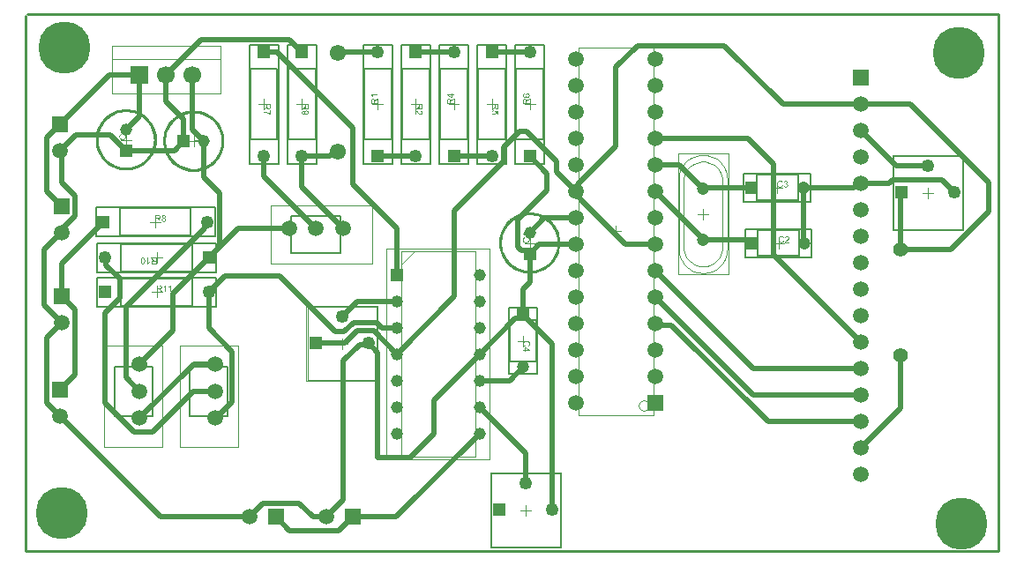
<source format=gtl>
G04*
G04 #@! TF.GenerationSoftware,Altium Limited,Altium Designer,21.4.1 (30)*
G04*
G04 Layer_Physical_Order=1*
G04 Layer_Color=255*
%FSLAX25Y25*%
%MOIN*%
G70*
G04*
G04 #@! TF.SameCoordinates,7442B5C9-F661-4E5B-B0DF-60D3DF887EF4*
G04*
G04*
G04 #@! TF.FilePolarity,Positive*
G04*
G01*
G75*
%ADD11C,0.00591*%
%ADD12C,0.00787*%
%ADD14C,0.00394*%
%ADD15C,0.01000*%
%ADD16C,0.00197*%
%ADD20C,0.04921*%
%ADD21R,0.04921X0.04921*%
%ADD22C,0.04528*%
%ADD23R,0.04528X0.04528*%
%ADD29R,0.04921X0.04921*%
%ADD30C,0.04724*%
%ADD31R,0.04724X0.04724*%
%ADD32R,0.04528X0.04528*%
%ADD37R,0.04724X0.04724*%
%ADD40C,0.02000*%
%ADD41C,0.06102*%
%ADD42R,0.04567X0.04567*%
%ADD43C,0.04567*%
%ADD44R,0.05906X0.05906*%
%ADD45C,0.05906*%
%ADD46C,0.05878*%
%ADD47C,0.19685*%
%ADD48R,0.05906X0.05906*%
%ADD49C,0.05512*%
%ADD50R,0.06693X0.06693*%
%ADD51C,0.06693*%
G36*
X233071Y370765D02*
X231102D01*
X231106Y370761D01*
X231120Y370743D01*
X231142Y370721D01*
X231168Y370685D01*
X231201Y370645D01*
X231237Y370594D01*
X231277Y370536D01*
X231317Y370470D01*
Y370467D01*
X231321Y370463D01*
X231335Y370441D01*
X231353Y370405D01*
X231375Y370361D01*
X231401Y370310D01*
X231426Y370255D01*
X231452Y370201D01*
X231473Y370146D01*
X231175D01*
Y370150D01*
X231168Y370157D01*
X231164Y370172D01*
X231153Y370190D01*
X231142Y370212D01*
X231128Y370237D01*
X231091Y370299D01*
X231051Y370372D01*
X231000Y370445D01*
X230942Y370521D01*
X230880Y370598D01*
X230877Y370601D01*
X230873Y370605D01*
X230862Y370616D01*
X230851Y370630D01*
X230815Y370663D01*
X230771Y370707D01*
X230720Y370750D01*
X230662Y370798D01*
X230604Y370838D01*
X230542Y370874D01*
Y371075D01*
X233071D01*
Y370765D01*
D02*
G37*
G36*
Y369298D02*
X232547Y368967D01*
X232544D01*
X232536Y368960D01*
X232525Y368952D01*
X232511Y368941D01*
X232471Y368916D01*
X232420Y368883D01*
X232365Y368843D01*
X232307Y368803D01*
X232253Y368763D01*
X232202Y368727D01*
X232198Y368723D01*
X232183Y368712D01*
X232161Y368694D01*
X232136Y368668D01*
X232081Y368614D01*
X232056Y368585D01*
X232034Y368556D01*
X232030Y368552D01*
X232027Y368545D01*
X232019Y368530D01*
X232009Y368508D01*
X231998Y368486D01*
X231987Y368461D01*
X231969Y368403D01*
Y368399D01*
X231965Y368392D01*
Y368377D01*
X231961Y368359D01*
X231958Y368334D01*
Y368304D01*
X231954Y368264D01*
Y367835D01*
X233071D01*
Y367500D01*
X230553D01*
Y368668D01*
X230556Y368698D01*
Y368730D01*
X230560Y368807D01*
X230571Y368887D01*
X230582Y368974D01*
X230600Y369054D01*
X230611Y369094D01*
X230622Y369127D01*
Y369131D01*
X230625Y369134D01*
X230636Y369156D01*
X230651Y369189D01*
X230676Y369229D01*
X230709Y369273D01*
X230753Y369320D01*
X230804Y369364D01*
X230862Y369407D01*
X230866D01*
X230869Y369411D01*
X230891Y369426D01*
X230927Y369440D01*
X230975Y369462D01*
X231029Y369480D01*
X231095Y369498D01*
X231164Y369509D01*
X231241Y369513D01*
X231244D01*
X231252D01*
X231266D01*
X231284Y369509D01*
X231310D01*
X231335Y369506D01*
X231397Y369491D01*
X231470Y369469D01*
X231546Y369440D01*
X231623Y369396D01*
X231659Y369367D01*
X231696Y369338D01*
X231699Y369335D01*
X231703Y369331D01*
X231714Y369320D01*
X231725Y369305D01*
X231739Y369287D01*
X231754Y369265D01*
X231772Y369236D01*
X231794Y369207D01*
X231812Y369171D01*
X231830Y369131D01*
X231852Y369087D01*
X231870Y369040D01*
X231885Y368985D01*
X231903Y368931D01*
X231914Y368869D01*
X231925Y368803D01*
X231928Y368810D01*
X231936Y368825D01*
X231950Y368847D01*
X231965Y368876D01*
X232005Y368941D01*
X232030Y368974D01*
X232052Y369003D01*
X232060Y369011D01*
X232078Y369029D01*
X232107Y369058D01*
X232143Y369094D01*
X232194Y369134D01*
X232249Y369182D01*
X232314Y369229D01*
X232387Y369280D01*
X233071Y369713D01*
Y369298D01*
D02*
G37*
G36*
X249947Y366332D02*
X249944Y366302D01*
Y366270D01*
X249940Y366193D01*
X249929Y366113D01*
X249918Y366026D01*
X249900Y365946D01*
X249889Y365906D01*
X249878Y365873D01*
Y365869D01*
X249875Y365866D01*
X249864Y365844D01*
X249849Y365811D01*
X249824Y365771D01*
X249791Y365727D01*
X249747Y365680D01*
X249696Y365636D01*
X249638Y365593D01*
X249634D01*
X249631Y365589D01*
X249609Y365575D01*
X249572Y365560D01*
X249525Y365538D01*
X249471Y365520D01*
X249405Y365502D01*
X249336Y365491D01*
X249259Y365487D01*
X249256D01*
X249249D01*
X249234D01*
X249216Y365491D01*
X249190D01*
X249165Y365494D01*
X249103Y365509D01*
X249030Y365531D01*
X248954Y365560D01*
X248877Y365604D01*
X248841Y365633D01*
X248804Y365662D01*
X248801Y365666D01*
X248797Y365669D01*
X248786Y365680D01*
X248775Y365695D01*
X248761Y365713D01*
X248746Y365735D01*
X248728Y365764D01*
X248706Y365793D01*
X248688Y365829D01*
X248670Y365869D01*
X248648Y365913D01*
X248630Y365960D01*
X248615Y366015D01*
X248597Y366070D01*
X248586Y366131D01*
X248575Y366197D01*
X248571Y366190D01*
X248564Y366175D01*
X248550Y366153D01*
X248535Y366124D01*
X248495Y366059D01*
X248470Y366026D01*
X248448Y365997D01*
X248440Y365989D01*
X248422Y365971D01*
X248393Y365942D01*
X248357Y365906D01*
X248306Y365866D01*
X248251Y365818D01*
X248186Y365771D01*
X248113Y365720D01*
X247428Y365287D01*
Y365702D01*
X247953Y366033D01*
X247956D01*
X247964Y366040D01*
X247974Y366048D01*
X247989Y366059D01*
X248029Y366084D01*
X248080Y366117D01*
X248135Y366157D01*
X248193Y366197D01*
X248248Y366237D01*
X248299Y366273D01*
X248302Y366277D01*
X248317Y366288D01*
X248339Y366306D01*
X248364Y366332D01*
X248419Y366386D01*
X248444Y366415D01*
X248466Y366444D01*
X248470Y366448D01*
X248473Y366455D01*
X248481Y366470D01*
X248491Y366492D01*
X248502Y366514D01*
X248513Y366539D01*
X248531Y366597D01*
Y366601D01*
X248535Y366608D01*
Y366623D01*
X248539Y366641D01*
X248542Y366667D01*
Y366696D01*
X248546Y366736D01*
Y367165D01*
X247428D01*
Y367500D01*
X249947D01*
Y366332D01*
D02*
G37*
G36*
X247498Y365130D02*
X247530Y365127D01*
X247567Y365120D01*
X247603Y365112D01*
X247643Y365098D01*
X247647D01*
X247651Y365094D01*
X247672Y365087D01*
X247705Y365072D01*
X247749Y365050D01*
X247800Y365021D01*
X247858Y364985D01*
X247916Y364945D01*
X247978Y364894D01*
X247982D01*
X247985Y364887D01*
X248007Y364868D01*
X248040Y364836D01*
X248087Y364788D01*
X248142Y364734D01*
X248207Y364665D01*
X248280Y364581D01*
X248357Y364490D01*
X248360Y364486D01*
X248371Y364472D01*
X248390Y364450D01*
X248411Y364424D01*
X248440Y364391D01*
X248473Y364352D01*
X248510Y364311D01*
X248550Y364264D01*
X248637Y364173D01*
X248724Y364082D01*
X248768Y364038D01*
X248812Y363998D01*
X248852Y363962D01*
X248892Y363933D01*
X248895D01*
X248899Y363926D01*
X248910Y363918D01*
X248925Y363911D01*
X248965Y363886D01*
X249012Y363856D01*
X249070Y363831D01*
X249132Y363806D01*
X249201Y363791D01*
X249267Y363784D01*
X249270D01*
X249274D01*
X249296Y363787D01*
X249332Y363791D01*
X249372Y363802D01*
X249423Y363816D01*
X249474Y363842D01*
X249525Y363875D01*
X249576Y363918D01*
X249583Y363926D01*
X249598Y363944D01*
X249616Y363969D01*
X249642Y364009D01*
X249663Y364060D01*
X249685Y364119D01*
X249700Y364188D01*
X249704Y364264D01*
Y364286D01*
X249700Y364300D01*
X249696Y364344D01*
X249685Y364395D01*
X249671Y364450D01*
X249645Y364512D01*
X249612Y364570D01*
X249569Y364625D01*
X249562Y364632D01*
X249543Y364646D01*
X249514Y364668D01*
X249471Y364690D01*
X249420Y364716D01*
X249354Y364737D01*
X249281Y364752D01*
X249198Y364759D01*
X249230Y365076D01*
X249234D01*
X249245Y365072D01*
X249263D01*
X249289Y365069D01*
X249318Y365061D01*
X249350Y365054D01*
X249391Y365043D01*
X249430Y365032D01*
X249518Y365003D01*
X249605Y364959D01*
X249649Y364934D01*
X249693Y364901D01*
X249733Y364868D01*
X249769Y364832D01*
X249773Y364828D01*
X249776Y364821D01*
X249787Y364810D01*
X249798Y364792D01*
X249813Y364770D01*
X249827Y364745D01*
X249846Y364716D01*
X249864Y364679D01*
X249882Y364639D01*
X249900Y364595D01*
X249915Y364548D01*
X249929Y364497D01*
X249940Y364442D01*
X249951Y364384D01*
X249955Y364322D01*
X249958Y364257D01*
Y364220D01*
X249955Y364195D01*
X249951Y364166D01*
X249947Y364129D01*
X249940Y364089D01*
X249933Y364049D01*
X249907Y363955D01*
X249871Y363860D01*
X249849Y363813D01*
X249824Y363765D01*
X249791Y363722D01*
X249755Y363682D01*
X249751Y363678D01*
X249747Y363671D01*
X249733Y363664D01*
X249718Y363649D01*
X249700Y363631D01*
X249674Y363613D01*
X249649Y363594D01*
X249616Y363573D01*
X249547Y363536D01*
X249460Y363500D01*
X249416Y363485D01*
X249365Y363478D01*
X249314Y363471D01*
X249259Y363467D01*
X249252D01*
X249234D01*
X249205Y363471D01*
X249165Y363474D01*
X249121Y363481D01*
X249070Y363496D01*
X249016Y363511D01*
X248961Y363532D01*
X248954Y363536D01*
X248936Y363543D01*
X248906Y363558D01*
X248866Y363580D01*
X248823Y363609D01*
X248768Y363645D01*
X248713Y363689D01*
X248652Y363740D01*
X248644Y363747D01*
X248622Y363765D01*
X248604Y363784D01*
X248586Y363802D01*
X248564Y363824D01*
X248535Y363853D01*
X248506Y363882D01*
X248473Y363918D01*
X248437Y363955D01*
X248397Y363998D01*
X248357Y364046D01*
X248309Y364097D01*
X248262Y364155D01*
X248211Y364213D01*
X248207Y364217D01*
X248200Y364224D01*
X248189Y364239D01*
X248175Y364257D01*
X248153Y364279D01*
X248131Y364304D01*
X248084Y364362D01*
X248029Y364424D01*
X247974Y364482D01*
X247927Y364533D01*
X247909Y364555D01*
X247891Y364574D01*
X247887Y364577D01*
X247876Y364588D01*
X247862Y364603D01*
X247840Y364621D01*
X247814Y364639D01*
X247789Y364661D01*
X247727Y364705D01*
Y363463D01*
X247428D01*
Y365134D01*
X247432D01*
X247447D01*
X247469D01*
X247498Y365130D01*
D02*
G37*
G36*
X261181Y371209D02*
X261786D01*
Y370900D01*
X261181D01*
Y369804D01*
X260898D01*
X259267Y370958D01*
Y371209D01*
X260898D01*
Y371551D01*
X261181D01*
Y371209D01*
D02*
G37*
G36*
X261786Y369298D02*
X261262Y368967D01*
X261258D01*
X261251Y368960D01*
X261240Y368952D01*
X261225Y368941D01*
X261185Y368916D01*
X261134Y368883D01*
X261080Y368843D01*
X261021Y368803D01*
X260967Y368763D01*
X260916Y368727D01*
X260912Y368723D01*
X260898Y368712D01*
X260876Y368694D01*
X260850Y368668D01*
X260796Y368614D01*
X260770Y368585D01*
X260748Y368556D01*
X260745Y368552D01*
X260741Y368545D01*
X260734Y368530D01*
X260723Y368508D01*
X260712Y368486D01*
X260701Y368461D01*
X260683Y368403D01*
Y368399D01*
X260679Y368392D01*
Y368377D01*
X260676Y368359D01*
X260672Y368334D01*
Y368304D01*
X260668Y368264D01*
Y367835D01*
X261786D01*
Y367500D01*
X259267D01*
Y368668D01*
X259271Y368698D01*
Y368730D01*
X259274Y368807D01*
X259285Y368887D01*
X259296Y368974D01*
X259314Y369054D01*
X259325Y369094D01*
X259336Y369127D01*
Y369131D01*
X259340Y369134D01*
X259351Y369156D01*
X259365Y369189D01*
X259391Y369229D01*
X259423Y369273D01*
X259467Y369320D01*
X259518Y369364D01*
X259576Y369407D01*
X259580D01*
X259584Y369411D01*
X259605Y369426D01*
X259642Y369440D01*
X259689Y369462D01*
X259744Y369480D01*
X259809Y369498D01*
X259878Y369509D01*
X259955Y369513D01*
X259959D01*
X259966D01*
X259980D01*
X259998Y369509D01*
X260024D01*
X260050Y369506D01*
X260111Y369491D01*
X260184Y369469D01*
X260261Y369440D01*
X260337Y369396D01*
X260373Y369367D01*
X260410Y369338D01*
X260414Y369335D01*
X260417Y369331D01*
X260428Y369320D01*
X260439Y369305D01*
X260454Y369287D01*
X260468Y369265D01*
X260486Y369236D01*
X260508Y369207D01*
X260526Y369171D01*
X260544Y369131D01*
X260566Y369087D01*
X260585Y369040D01*
X260599Y368985D01*
X260617Y368931D01*
X260628Y368869D01*
X260639Y368803D01*
X260643Y368810D01*
X260650Y368825D01*
X260665Y368847D01*
X260679Y368876D01*
X260719Y368941D01*
X260745Y368974D01*
X260767Y369003D01*
X260774Y369011D01*
X260792Y369029D01*
X260821Y369058D01*
X260858Y369094D01*
X260909Y369134D01*
X260963Y369182D01*
X261029Y369229D01*
X261101Y369280D01*
X261786Y369713D01*
Y369298D01*
D02*
G37*
G36*
X166954Y356070D02*
X166980D01*
X167009Y356066D01*
X167078Y356052D01*
X167155Y356033D01*
X167235Y356004D01*
X167315Y355961D01*
X167355Y355935D01*
X167391Y355906D01*
X167395Y355902D01*
X167398Y355899D01*
X167409Y355888D01*
X167420Y355877D01*
X167438Y355859D01*
X167453Y355837D01*
X167493Y355786D01*
X167533Y355720D01*
X167569Y355640D01*
X167602Y355549D01*
X167624Y355447D01*
X167315Y355422D01*
Y355426D01*
X167311Y355429D01*
X167307Y355451D01*
X167297Y355484D01*
X167282Y355524D01*
X167267Y355568D01*
X167245Y355611D01*
X167220Y355651D01*
X167195Y355684D01*
X167187Y355691D01*
X167173Y355706D01*
X167147Y355728D01*
X167111Y355753D01*
X167063Y355775D01*
X167013Y355797D01*
X166951Y355811D01*
X166885Y355819D01*
X166860D01*
X166831Y355815D01*
X166798Y355808D01*
X166754Y355797D01*
X166710Y355782D01*
X166667Y355764D01*
X166623Y355735D01*
X166616Y355731D01*
X166598Y355717D01*
X166572Y355691D01*
X166539Y355655D01*
X166503Y355611D01*
X166463Y355560D01*
X166427Y355495D01*
X166390Y355422D01*
Y355418D01*
X166386Y355411D01*
X166383Y355400D01*
X166376Y355385D01*
X166372Y355364D01*
X166365Y355338D01*
X166357Y355309D01*
X166350Y355273D01*
X166339Y355233D01*
X166332Y355189D01*
X166325Y355142D01*
X166321Y355091D01*
X166314Y355032D01*
X166310Y354974D01*
X166306Y354909D01*
Y354843D01*
X166310Y354847D01*
X166325Y354869D01*
X166350Y354898D01*
X166383Y354934D01*
X166419Y354978D01*
X166467Y355018D01*
X166517Y355058D01*
X166576Y355094D01*
X166579D01*
X166583Y355098D01*
X166605Y355109D01*
X166638Y355120D01*
X166681Y355138D01*
X166732Y355153D01*
X166790Y355163D01*
X166852Y355174D01*
X166918Y355178D01*
X166947D01*
X166969Y355174D01*
X166998Y355171D01*
X167027Y355167D01*
X167063Y355160D01*
X167100Y355149D01*
X167184Y355123D01*
X167227Y355105D01*
X167271Y355080D01*
X167315Y355054D01*
X167362Y355025D01*
X167406Y354989D01*
X167446Y354949D01*
X167449Y354945D01*
X167457Y354938D01*
X167468Y354927D01*
X167479Y354909D01*
X167497Y354883D01*
X167515Y354858D01*
X167533Y354825D01*
X167555Y354788D01*
X167577Y354749D01*
X167595Y354705D01*
X167613Y354654D01*
X167631Y354603D01*
X167642Y354548D01*
X167653Y354486D01*
X167660Y354425D01*
X167664Y354359D01*
Y354355D01*
Y354348D01*
Y354337D01*
Y354319D01*
X167660Y354297D01*
Y354275D01*
X167649Y354217D01*
X167639Y354148D01*
X167620Y354075D01*
X167595Y353995D01*
X167559Y353919D01*
Y353915D01*
X167555Y353911D01*
X167548Y353900D01*
X167540Y353886D01*
X167518Y353849D01*
X167486Y353802D01*
X167446Y353751D01*
X167398Y353700D01*
X167340Y353649D01*
X167278Y353606D01*
X167275D01*
X167271Y353602D01*
X167260Y353595D01*
X167245Y353591D01*
X167209Y353573D01*
X167162Y353555D01*
X167100Y353533D01*
X167031Y353518D01*
X166954Y353504D01*
X166871Y353500D01*
X166852D01*
X166834Y353504D01*
X166805D01*
X166772Y353507D01*
X166736Y353515D01*
X166692Y353525D01*
X166649Y353536D01*
X166598Y353551D01*
X166547Y353569D01*
X166496Y353591D01*
X166441Y353620D01*
X166390Y353653D01*
X166339Y353689D01*
X166288Y353733D01*
X166241Y353784D01*
X166237Y353787D01*
X166230Y353798D01*
X166219Y353813D01*
X166205Y353838D01*
X166183Y353871D01*
X166164Y353908D01*
X166143Y353955D01*
X166121Y354006D01*
X166095Y354068D01*
X166073Y354137D01*
X166055Y354213D01*
X166037Y354297D01*
X166019Y354392D01*
X166008Y354494D01*
X166001Y354603D01*
X165997Y354719D01*
Y354723D01*
Y354727D01*
Y354738D01*
Y354752D01*
X166001Y354788D01*
Y354839D01*
X166004Y354898D01*
X166012Y354967D01*
X166019Y355043D01*
X166030Y355127D01*
X166044Y355211D01*
X166062Y355302D01*
X166084Y355389D01*
X166110Y355476D01*
X166143Y355560D01*
X166179Y355640D01*
X166219Y355717D01*
X166266Y355782D01*
X166270Y355786D01*
X166277Y355793D01*
X166292Y355808D01*
X166310Y355830D01*
X166332Y355851D01*
X166361Y355873D01*
X166397Y355902D01*
X166434Y355928D01*
X166478Y355953D01*
X166525Y355982D01*
X166579Y356004D01*
X166634Y356030D01*
X166696Y356048D01*
X166761Y356063D01*
X166831Y356070D01*
X166903Y356073D01*
X166932D01*
X166954Y356070D01*
D02*
G37*
G36*
X164749Y356103D02*
X164781Y356099D01*
X164821Y356095D01*
X164861Y356092D01*
X164909Y356081D01*
X165007Y356059D01*
X165116Y356026D01*
X165171Y356004D01*
X165222Y355979D01*
X165273Y355946D01*
X165324Y355913D01*
X165327Y355910D01*
X165334Y355906D01*
X165349Y355895D01*
X165367Y355877D01*
X165385Y355859D01*
X165411Y355833D01*
X165436Y355804D01*
X165466Y355775D01*
X165495Y355738D01*
X165524Y355695D01*
X165557Y355651D01*
X165586Y355604D01*
X165611Y355549D01*
X165640Y355495D01*
X165662Y355436D01*
X165684Y355371D01*
X165356Y355294D01*
Y355298D01*
X165353Y355305D01*
X165345Y355320D01*
X165338Y355338D01*
X165331Y355360D01*
X165320Y355389D01*
X165291Y355447D01*
X165254Y355513D01*
X165211Y355578D01*
X165156Y355640D01*
X165098Y355695D01*
X165091Y355702D01*
X165069Y355717D01*
X165032Y355735D01*
X164985Y355760D01*
X164923Y355782D01*
X164854Y355804D01*
X164770Y355819D01*
X164679Y355822D01*
X164650D01*
X164632Y355819D01*
X164606D01*
X164577Y355815D01*
X164508Y355804D01*
X164432Y355789D01*
X164352Y355764D01*
X164268Y355728D01*
X164192Y355680D01*
X164188D01*
X164184Y355673D01*
X164159Y355655D01*
X164126Y355626D01*
X164086Y355582D01*
X164039Y355527D01*
X163995Y355466D01*
X163955Y355389D01*
X163919Y355305D01*
Y355302D01*
X163915Y355294D01*
X163911Y355284D01*
X163908Y355265D01*
X163900Y355243D01*
X163893Y355218D01*
X163882Y355156D01*
X163868Y355083D01*
X163853Y355003D01*
X163846Y354916D01*
X163842Y354821D01*
Y354818D01*
Y354807D01*
Y354788D01*
Y354767D01*
X163846Y354741D01*
Y354708D01*
X163849Y354672D01*
X163853Y354632D01*
X163864Y354545D01*
X163882Y354450D01*
X163904Y354355D01*
X163933Y354261D01*
Y354257D01*
X163937Y354250D01*
X163944Y354239D01*
X163951Y354221D01*
X163973Y354177D01*
X164006Y354126D01*
X164046Y354068D01*
X164097Y354006D01*
X164155Y353951D01*
X164224Y353900D01*
X164228D01*
X164235Y353897D01*
X164246Y353889D01*
X164261Y353882D01*
X164279Y353875D01*
X164301Y353864D01*
X164352Y353842D01*
X164417Y353820D01*
X164490Y353802D01*
X164570Y353787D01*
X164654Y353784D01*
X164679D01*
X164701Y353787D01*
X164727D01*
X164752Y353791D01*
X164818Y353806D01*
X164894Y353824D01*
X164971Y353853D01*
X165051Y353893D01*
X165091Y353915D01*
X165127Y353944D01*
X165131Y353948D01*
X165134Y353951D01*
X165145Y353962D01*
X165160Y353973D01*
X165174Y353991D01*
X165193Y354013D01*
X165214Y354035D01*
X165233Y354064D01*
X165254Y354097D01*
X165280Y354133D01*
X165302Y354170D01*
X165324Y354213D01*
X165342Y354261D01*
X165360Y354312D01*
X165378Y354366D01*
X165393Y354425D01*
X165728Y354341D01*
Y354337D01*
X165724Y354323D01*
X165717Y354301D01*
X165706Y354272D01*
X165695Y354239D01*
X165680Y354199D01*
X165662Y354155D01*
X165640Y354108D01*
X165589Y354006D01*
X165524Y353904D01*
X165484Y353853D01*
X165444Y353802D01*
X165400Y353758D01*
X165349Y353715D01*
X165345Y353711D01*
X165338Y353704D01*
X165320Y353696D01*
X165302Y353682D01*
X165273Y353664D01*
X165243Y353646D01*
X165203Y353627D01*
X165163Y353609D01*
X165116Y353587D01*
X165065Y353569D01*
X165010Y353551D01*
X164952Y353533D01*
X164890Y353518D01*
X164825Y353511D01*
X164756Y353504D01*
X164683Y353500D01*
X164643D01*
X164614Y353504D01*
X164581D01*
X164541Y353507D01*
X164497Y353515D01*
X164446Y353522D01*
X164341Y353540D01*
X164232Y353569D01*
X164122Y353609D01*
X164071Y353635D01*
X164021Y353664D01*
X164017Y353667D01*
X164009Y353671D01*
X163995Y353682D01*
X163980Y353696D01*
X163959Y353711D01*
X163933Y353733D01*
X163904Y353758D01*
X163875Y353787D01*
X163846Y353820D01*
X163813Y353853D01*
X163748Y353937D01*
X163686Y354035D01*
X163631Y354144D01*
Y354148D01*
X163624Y354159D01*
X163620Y354177D01*
X163609Y354199D01*
X163602Y354228D01*
X163591Y354264D01*
X163576Y354304D01*
X163566Y354348D01*
X163555Y354395D01*
X163540Y354450D01*
X163522Y354563D01*
X163507Y354690D01*
X163500Y354821D01*
Y354825D01*
Y354839D01*
Y354861D01*
X163504Y354887D01*
Y354923D01*
X163507Y354960D01*
X163511Y355007D01*
X163518Y355054D01*
X163536Y355160D01*
X163562Y355276D01*
X163598Y355393D01*
X163649Y355506D01*
X163653Y355509D01*
X163656Y355520D01*
X163664Y355535D01*
X163678Y355553D01*
X163693Y355578D01*
X163711Y355608D01*
X163758Y355673D01*
X163820Y355746D01*
X163893Y355819D01*
X163977Y355891D01*
X164075Y355953D01*
X164079Y355957D01*
X164090Y355961D01*
X164104Y355968D01*
X164122Y355979D01*
X164152Y355990D01*
X164181Y356001D01*
X164217Y356015D01*
X164257Y356030D01*
X164301Y356044D01*
X164348Y356059D01*
X164450Y356081D01*
X164567Y356099D01*
X164687Y356106D01*
X164723D01*
X164749Y356103D01*
D02*
G37*
G36*
X289703Y371559D02*
X289725D01*
X289783Y371548D01*
X289852Y371537D01*
X289925Y371518D01*
X290005Y371493D01*
X290081Y371457D01*
X290085D01*
X290089Y371453D01*
X290100Y371446D01*
X290114Y371439D01*
X290151Y371417D01*
X290198Y371384D01*
X290249Y371344D01*
X290300Y371297D01*
X290351Y371238D01*
X290394Y371176D01*
Y371173D01*
X290398Y371169D01*
X290405Y371158D01*
X290409Y371144D01*
X290427Y371107D01*
X290445Y371060D01*
X290467Y370998D01*
X290482Y370929D01*
X290496Y370852D01*
X290500Y370769D01*
Y370750D01*
X290496Y370732D01*
Y370703D01*
X290493Y370670D01*
X290486Y370634D01*
X290475Y370590D01*
X290464Y370547D01*
X290449Y370496D01*
X290431Y370445D01*
X290409Y370394D01*
X290380Y370339D01*
X290347Y370288D01*
X290311Y370237D01*
X290267Y370186D01*
X290216Y370139D01*
X290212Y370135D01*
X290202Y370128D01*
X290187Y370117D01*
X290161Y370103D01*
X290129Y370081D01*
X290092Y370062D01*
X290045Y370041D01*
X289994Y370019D01*
X289932Y369993D01*
X289863Y369971D01*
X289787Y369953D01*
X289703Y369935D01*
X289608Y369917D01*
X289506Y369906D01*
X289397Y369899D01*
X289281Y369895D01*
X289277D01*
X289273D01*
X289262D01*
X289248D01*
X289212Y369899D01*
X289160D01*
X289102Y369902D01*
X289033Y369910D01*
X288957Y369917D01*
X288873Y369928D01*
X288789Y369942D01*
X288698Y369961D01*
X288611Y369983D01*
X288524Y370008D01*
X288440Y370041D01*
X288360Y370077D01*
X288283Y370117D01*
X288218Y370164D01*
X288214Y370168D01*
X288207Y370175D01*
X288192Y370190D01*
X288170Y370208D01*
X288149Y370230D01*
X288127Y370259D01*
X288098Y370296D01*
X288072Y370332D01*
X288047Y370376D01*
X288018Y370423D01*
X287996Y370478D01*
X287970Y370532D01*
X287952Y370594D01*
X287937Y370659D01*
X287930Y370729D01*
X287927Y370801D01*
Y370831D01*
X287930Y370852D01*
Y370878D01*
X287934Y370907D01*
X287948Y370976D01*
X287967Y371053D01*
X287996Y371133D01*
X288039Y371213D01*
X288065Y371253D01*
X288094Y371289D01*
X288098Y371293D01*
X288101Y371297D01*
X288112Y371307D01*
X288123Y371318D01*
X288141Y371337D01*
X288163Y371351D01*
X288214Y371391D01*
X288280Y371431D01*
X288360Y371468D01*
X288451Y371500D01*
X288553Y371522D01*
X288578Y371213D01*
X288575D01*
X288571Y371209D01*
X288549Y371205D01*
X288516Y371195D01*
X288476Y371180D01*
X288433Y371165D01*
X288389Y371144D01*
X288349Y371118D01*
X288316Y371093D01*
X288309Y371085D01*
X288294Y371071D01*
X288272Y371045D01*
X288247Y371009D01*
X288225Y370962D01*
X288203Y370911D01*
X288189Y370849D01*
X288181Y370783D01*
Y370758D01*
X288185Y370729D01*
X288192Y370696D01*
X288203Y370652D01*
X288218Y370608D01*
X288236Y370565D01*
X288265Y370521D01*
X288269Y370514D01*
X288283Y370496D01*
X288309Y370470D01*
X288345Y370438D01*
X288389Y370401D01*
X288440Y370361D01*
X288505Y370325D01*
X288578Y370288D01*
X288582D01*
X288589Y370285D01*
X288600Y370281D01*
X288615Y370274D01*
X288636Y370270D01*
X288662Y370263D01*
X288691Y370255D01*
X288727Y370248D01*
X288767Y370237D01*
X288811Y370230D01*
X288858Y370223D01*
X288909Y370219D01*
X288968Y370212D01*
X289026Y370208D01*
X289091Y370204D01*
X289157D01*
X289153Y370208D01*
X289131Y370223D01*
X289102Y370248D01*
X289066Y370281D01*
X289022Y370317D01*
X288982Y370365D01*
X288942Y370416D01*
X288906Y370474D01*
Y370478D01*
X288902Y370481D01*
X288891Y370503D01*
X288880Y370536D01*
X288862Y370579D01*
X288847Y370630D01*
X288837Y370689D01*
X288826Y370750D01*
X288822Y370816D01*
Y370845D01*
X288826Y370867D01*
X288829Y370896D01*
X288833Y370925D01*
X288840Y370962D01*
X288851Y370998D01*
X288877Y371082D01*
X288895Y371125D01*
X288920Y371169D01*
X288946Y371213D01*
X288975Y371260D01*
X289011Y371304D01*
X289051Y371344D01*
X289055Y371347D01*
X289062Y371355D01*
X289073Y371366D01*
X289091Y371377D01*
X289117Y371395D01*
X289142Y371413D01*
X289175Y371431D01*
X289212Y371453D01*
X289251Y371475D01*
X289295Y371493D01*
X289346Y371511D01*
X289397Y371530D01*
X289452Y371540D01*
X289514Y371551D01*
X289576Y371559D01*
X289641Y371562D01*
X289645D01*
X289652D01*
X289663D01*
X289681D01*
X289703Y371559D01*
D02*
G37*
G36*
X290456Y369298D02*
X289932Y368967D01*
X289929D01*
X289921Y368960D01*
X289910Y368952D01*
X289896Y368941D01*
X289856Y368916D01*
X289805Y368883D01*
X289750Y368843D01*
X289692Y368803D01*
X289637Y368763D01*
X289586Y368727D01*
X289583Y368723D01*
X289568Y368712D01*
X289546Y368694D01*
X289521Y368668D01*
X289466Y368614D01*
X289441Y368585D01*
X289419Y368556D01*
X289415Y368552D01*
X289412Y368545D01*
X289404Y368530D01*
X289393Y368508D01*
X289383Y368486D01*
X289372Y368461D01*
X289353Y368403D01*
Y368399D01*
X289350Y368392D01*
Y368377D01*
X289346Y368359D01*
X289342Y368334D01*
Y368304D01*
X289339Y368264D01*
Y367835D01*
X290456D01*
Y367500D01*
X287937D01*
Y368668D01*
X287941Y368698D01*
Y368730D01*
X287945Y368807D01*
X287956Y368887D01*
X287967Y368974D01*
X287985Y369054D01*
X287996Y369094D01*
X288007Y369127D01*
Y369131D01*
X288010Y369134D01*
X288021Y369156D01*
X288036Y369189D01*
X288061Y369229D01*
X288094Y369273D01*
X288138Y369320D01*
X288189Y369364D01*
X288247Y369407D01*
X288250D01*
X288254Y369411D01*
X288276Y369426D01*
X288312Y369440D01*
X288360Y369462D01*
X288414Y369480D01*
X288480Y369498D01*
X288549Y369509D01*
X288625Y369513D01*
X288629D01*
X288636D01*
X288651D01*
X288669Y369509D01*
X288695D01*
X288720Y369506D01*
X288782Y369491D01*
X288855Y369469D01*
X288931Y369440D01*
X289008Y369396D01*
X289044Y369367D01*
X289080Y369338D01*
X289084Y369335D01*
X289088Y369331D01*
X289099Y369320D01*
X289110Y369305D01*
X289124Y369287D01*
X289139Y369265D01*
X289157Y369236D01*
X289179Y369207D01*
X289197Y369171D01*
X289215Y369131D01*
X289237Y369087D01*
X289255Y369040D01*
X289270Y368985D01*
X289288Y368931D01*
X289299Y368869D01*
X289310Y368803D01*
X289313Y368810D01*
X289321Y368825D01*
X289335Y368847D01*
X289350Y368876D01*
X289390Y368941D01*
X289415Y368974D01*
X289437Y369003D01*
X289444Y369011D01*
X289463Y369029D01*
X289492Y369058D01*
X289528Y369094D01*
X289579Y369134D01*
X289634Y369182D01*
X289699Y369229D01*
X289772Y369280D01*
X290456Y369713D01*
Y369298D01*
D02*
G37*
G36*
X206920Y366332D02*
X206916Y366302D01*
Y366270D01*
X206912Y366193D01*
X206902Y366113D01*
X206891Y366026D01*
X206872Y365946D01*
X206861Y365906D01*
X206851Y365873D01*
Y365869D01*
X206847Y365866D01*
X206836Y365844D01*
X206821Y365811D01*
X206796Y365771D01*
X206763Y365727D01*
X206719Y365680D01*
X206668Y365636D01*
X206610Y365593D01*
X206607D01*
X206603Y365589D01*
X206581Y365575D01*
X206545Y365560D01*
X206497Y365538D01*
X206443Y365520D01*
X206377Y365502D01*
X206308Y365491D01*
X206232Y365487D01*
X206228D01*
X206221D01*
X206206D01*
X206188Y365491D01*
X206163D01*
X206137Y365494D01*
X206075Y365509D01*
X206002Y365531D01*
X205926Y365560D01*
X205850Y365604D01*
X205813Y365633D01*
X205777Y365662D01*
X205773Y365666D01*
X205769Y365669D01*
X205759Y365680D01*
X205748Y365695D01*
X205733Y365713D01*
X205718Y365735D01*
X205700Y365764D01*
X205678Y365793D01*
X205660Y365829D01*
X205642Y365869D01*
X205620Y365913D01*
X205602Y365960D01*
X205587Y366015D01*
X205569Y366070D01*
X205558Y366131D01*
X205547Y366197D01*
X205544Y366190D01*
X205537Y366175D01*
X205522Y366153D01*
X205507Y366124D01*
X205467Y366059D01*
X205442Y366026D01*
X205420Y365997D01*
X205413Y365989D01*
X205395Y365971D01*
X205365Y365942D01*
X205329Y365906D01*
X205278Y365866D01*
X205223Y365818D01*
X205158Y365771D01*
X205085Y365720D01*
X204401Y365287D01*
Y365702D01*
X204925Y366033D01*
X204929D01*
X204936Y366040D01*
X204947Y366048D01*
X204961Y366059D01*
X205001Y366084D01*
X205052Y366117D01*
X205107Y366157D01*
X205165Y366197D01*
X205220Y366237D01*
X205271Y366273D01*
X205274Y366277D01*
X205289Y366288D01*
X205311Y366306D01*
X205336Y366332D01*
X205391Y366386D01*
X205416Y366415D01*
X205438Y366444D01*
X205442Y366448D01*
X205446Y366455D01*
X205453Y366470D01*
X205464Y366492D01*
X205475Y366514D01*
X205486Y366539D01*
X205504Y366597D01*
Y366601D01*
X205507Y366608D01*
Y366623D01*
X205511Y366641D01*
X205515Y366667D01*
Y366696D01*
X205518Y366736D01*
Y367165D01*
X204401D01*
Y367500D01*
X206920D01*
Y366332D01*
D02*
G37*
G36*
X206141Y365087D02*
X206173Y365083D01*
X206213Y365079D01*
X206254Y365072D01*
X206301Y365061D01*
X206396Y365036D01*
X206447Y365018D01*
X206501Y364996D01*
X206552Y364970D01*
X206599Y364937D01*
X206650Y364905D01*
X206694Y364865D01*
X206698Y364861D01*
X206705Y364854D01*
X206716Y364843D01*
X206730Y364825D01*
X206749Y364803D01*
X206770Y364774D01*
X206789Y364745D01*
X206814Y364708D01*
X206836Y364672D01*
X206854Y364628D01*
X206894Y364530D01*
X206909Y364479D01*
X206920Y364421D01*
X206927Y364362D01*
X206931Y364300D01*
Y364275D01*
X206927Y364257D01*
Y364239D01*
X206923Y364213D01*
X206912Y364151D01*
X206898Y364082D01*
X206872Y364006D01*
X206840Y363929D01*
X206796Y363853D01*
Y363849D01*
X206789Y363845D01*
X206781Y363835D01*
X206770Y363820D01*
X206741Y363784D01*
X206701Y363736D01*
X206647Y363689D01*
X206581Y363634D01*
X206505Y363587D01*
X206417Y363543D01*
X206414D01*
X206406Y363540D01*
X206392Y363532D01*
X206374Y363525D01*
X206348Y363518D01*
X206315Y363507D01*
X206279Y363500D01*
X206239Y363489D01*
X206192Y363478D01*
X206137Y363467D01*
X206079Y363460D01*
X206017Y363452D01*
X205948Y363445D01*
X205875Y363438D01*
X205795Y363434D01*
X205711D01*
X205708D01*
X205689D01*
X205664D01*
X205631D01*
X205591Y363438D01*
X205544D01*
X205489Y363441D01*
X205434Y363449D01*
X205311Y363460D01*
X205180Y363478D01*
X205056Y363503D01*
X204994Y363522D01*
X204940Y363540D01*
X204936D01*
X204929Y363543D01*
X204914Y363551D01*
X204892Y363558D01*
X204870Y363569D01*
X204841Y363583D01*
X204779Y363620D01*
X204710Y363664D01*
X204637Y363715D01*
X204568Y363780D01*
X204506Y363853D01*
Y363856D01*
X204499Y363864D01*
X204492Y363875D01*
X204485Y363889D01*
X204474Y363911D01*
X204459Y363933D01*
X204445Y363962D01*
X204433Y363991D01*
X204404Y364060D01*
X204379Y364144D01*
X204364Y364235D01*
X204357Y364337D01*
Y364366D01*
X204361Y364384D01*
Y364410D01*
X204364Y364439D01*
X204379Y364508D01*
X204397Y364584D01*
X204426Y364665D01*
X204466Y364745D01*
X204492Y364785D01*
X204521Y364821D01*
X204524Y364825D01*
X204528Y364828D01*
X204539Y364839D01*
X204550Y364850D01*
X204568Y364865D01*
X204590Y364883D01*
X204641Y364919D01*
X204707Y364956D01*
X204787Y364992D01*
X204878Y365021D01*
X204983Y365043D01*
X205009Y364745D01*
X205005D01*
X204998Y364741D01*
X204991D01*
X204976Y364737D01*
X204936Y364726D01*
X204892Y364712D01*
X204841Y364694D01*
X204790Y364668D01*
X204743Y364639D01*
X204703Y364603D01*
X204699Y364599D01*
X204688Y364584D01*
X204674Y364559D01*
X204659Y364530D01*
X204641Y364490D01*
X204626Y364442D01*
X204615Y364388D01*
X204612Y364330D01*
Y364304D01*
X204615Y364279D01*
X204619Y364246D01*
X204626Y364206D01*
X204637Y364166D01*
X204652Y364122D01*
X204674Y364082D01*
X204677Y364078D01*
X204685Y364064D01*
X204699Y364042D01*
X204721Y364020D01*
X204747Y363991D01*
X204776Y363962D01*
X204808Y363933D01*
X204849Y363904D01*
X204852Y363900D01*
X204870Y363893D01*
X204896Y363878D01*
X204929Y363864D01*
X204972Y363845D01*
X205023Y363827D01*
X205082Y363809D01*
X205147Y363791D01*
X205151D01*
X205154Y363787D01*
X205165D01*
X205180Y363784D01*
X205216Y363776D01*
X205263Y363765D01*
X205322Y363758D01*
X205384Y363751D01*
X205453Y363747D01*
X205525Y363744D01*
X205529D01*
X205540D01*
X205558D01*
X205587D01*
X205580Y363747D01*
X205562Y363762D01*
X205537Y363784D01*
X205500Y363809D01*
X205464Y363845D01*
X205424Y363889D01*
X205384Y363940D01*
X205347Y363998D01*
X205344Y364006D01*
X205333Y364028D01*
X205318Y364060D01*
X205304Y364100D01*
X205285Y364155D01*
X205271Y364213D01*
X205260Y364279D01*
X205256Y364348D01*
Y364377D01*
X205260Y364399D01*
X205263Y364428D01*
X205267Y364457D01*
X205274Y364493D01*
X205285Y364530D01*
X205311Y364614D01*
X205329Y364657D01*
X205351Y364701D01*
X205376Y364748D01*
X205409Y364792D01*
X205442Y364836D01*
X205482Y364876D01*
X205486Y364879D01*
X205493Y364887D01*
X205504Y364894D01*
X205522Y364908D01*
X205547Y364927D01*
X205573Y364945D01*
X205606Y364963D01*
X205642Y364981D01*
X205682Y365003D01*
X205726Y365021D01*
X205777Y365039D01*
X205828Y365058D01*
X205886Y365072D01*
X205948Y365079D01*
X206010Y365087D01*
X206079Y365090D01*
X206083D01*
X206097D01*
X206115D01*
X206141Y365087D01*
D02*
G37*
G36*
X149500Y306938D02*
X148332D01*
X148302Y306941D01*
X148270D01*
X148193Y306945D01*
X148113Y306956D01*
X148026Y306967D01*
X147946Y306985D01*
X147906Y306996D01*
X147873Y307007D01*
X147869D01*
X147866Y307010D01*
X147844Y307021D01*
X147811Y307036D01*
X147771Y307061D01*
X147727Y307094D01*
X147680Y307138D01*
X147636Y307189D01*
X147593Y307247D01*
Y307250D01*
X147589Y307254D01*
X147574Y307276D01*
X147560Y307312D01*
X147538Y307360D01*
X147520Y307414D01*
X147502Y307480D01*
X147491Y307549D01*
X147487Y307625D01*
Y307629D01*
Y307636D01*
Y307651D01*
X147491Y307669D01*
Y307695D01*
X147494Y307720D01*
X147509Y307782D01*
X147531Y307855D01*
X147560Y307931D01*
X147604Y308008D01*
X147633Y308044D01*
X147662Y308080D01*
X147666Y308084D01*
X147669Y308088D01*
X147680Y308099D01*
X147695Y308109D01*
X147713Y308124D01*
X147735Y308139D01*
X147764Y308157D01*
X147793Y308179D01*
X147829Y308197D01*
X147869Y308215D01*
X147913Y308237D01*
X147960Y308255D01*
X148015Y308270D01*
X148070Y308288D01*
X148131Y308299D01*
X148197Y308310D01*
X148190Y308313D01*
X148175Y308321D01*
X148153Y308335D01*
X148124Y308350D01*
X148059Y308390D01*
X148026Y308415D01*
X147997Y308437D01*
X147989Y308444D01*
X147971Y308463D01*
X147942Y308492D01*
X147906Y308528D01*
X147866Y308579D01*
X147818Y308634D01*
X147771Y308699D01*
X147720Y308772D01*
X147287Y309456D01*
X147702D01*
X148033Y308932D01*
Y308928D01*
X148040Y308921D01*
X148048Y308910D01*
X148059Y308896D01*
X148084Y308856D01*
X148117Y308805D01*
X148157Y308750D01*
X148197Y308692D01*
X148237Y308637D01*
X148273Y308586D01*
X148277Y308583D01*
X148288Y308568D01*
X148306Y308546D01*
X148332Y308521D01*
X148386Y308466D01*
X148415Y308441D01*
X148444Y308419D01*
X148448Y308415D01*
X148455Y308412D01*
X148470Y308404D01*
X148492Y308394D01*
X148514Y308383D01*
X148539Y308372D01*
X148597Y308353D01*
X148601D01*
X148608Y308350D01*
X148623D01*
X148641Y308346D01*
X148667Y308343D01*
X148696D01*
X148736Y308339D01*
X149165D01*
Y309456D01*
X149500D01*
Y306938D01*
D02*
G37*
G36*
X146235Y307487D02*
X146239Y307491D01*
X146257Y307505D01*
X146279Y307527D01*
X146315Y307553D01*
X146355Y307585D01*
X146406Y307622D01*
X146464Y307662D01*
X146530Y307702D01*
X146533D01*
X146537Y307705D01*
X146559Y307720D01*
X146595Y307738D01*
X146639Y307760D01*
X146690Y307786D01*
X146745Y307811D01*
X146799Y307837D01*
X146854Y307858D01*
Y307560D01*
X146850D01*
X146843Y307553D01*
X146828Y307549D01*
X146810Y307538D01*
X146788Y307527D01*
X146763Y307513D01*
X146701Y307476D01*
X146628Y307436D01*
X146555Y307385D01*
X146479Y307327D01*
X146402Y307265D01*
X146399Y307261D01*
X146395Y307258D01*
X146384Y307247D01*
X146370Y307236D01*
X146337Y307200D01*
X146293Y307156D01*
X146249Y307105D01*
X146202Y307047D01*
X146162Y306988D01*
X146126Y306926D01*
X145925D01*
Y309456D01*
X146235D01*
Y307487D01*
D02*
G37*
G36*
X144371Y309496D02*
X144400Y309493D01*
X144437Y309486D01*
X144477Y309478D01*
X144520Y309467D01*
X144564Y309453D01*
X144612Y309438D01*
X144659Y309416D01*
X144706Y309391D01*
X144754Y309362D01*
X144801Y309325D01*
X144844Y309285D01*
X144885Y309242D01*
X144888Y309238D01*
X144895Y309227D01*
X144906Y309209D01*
X144924Y309180D01*
X144943Y309147D01*
X144961Y309103D01*
X144986Y309052D01*
X145008Y308994D01*
X145030Y308928D01*
X145052Y308852D01*
X145074Y308768D01*
X145092Y308674D01*
X145110Y308572D01*
X145121Y308463D01*
X145128Y308343D01*
X145132Y308215D01*
Y308211D01*
Y308197D01*
Y308171D01*
Y308142D01*
X145128Y308102D01*
Y308059D01*
X145125Y308011D01*
X145121Y307957D01*
X145110Y307844D01*
X145092Y307724D01*
X145070Y307604D01*
X145056Y307549D01*
X145041Y307494D01*
Y307491D01*
X145037Y307484D01*
X145030Y307469D01*
X145023Y307451D01*
X145016Y307425D01*
X145001Y307400D01*
X144972Y307338D01*
X144936Y307272D01*
X144888Y307203D01*
X144834Y307134D01*
X144768Y307076D01*
X144764D01*
X144761Y307068D01*
X144750Y307061D01*
X144735Y307054D01*
X144717Y307039D01*
X144695Y307029D01*
X144641Y306999D01*
X144575Y306974D01*
X144499Y306948D01*
X144408Y306934D01*
X144309Y306926D01*
X144277D01*
X144237Y306930D01*
X144189Y306938D01*
X144135Y306948D01*
X144076Y306963D01*
X144015Y306981D01*
X143956Y307010D01*
X143953D01*
X143949Y307014D01*
X143931Y307025D01*
X143902Y307043D01*
X143865Y307068D01*
X143825Y307105D01*
X143782Y307145D01*
X143742Y307192D01*
X143702Y307247D01*
X143698Y307254D01*
X143683Y307272D01*
X143669Y307305D01*
X143643Y307352D01*
X143621Y307407D01*
X143592Y307469D01*
X143567Y307542D01*
X143545Y307622D01*
Y307625D01*
X143541Y307633D01*
X143538Y307644D01*
X143534Y307662D01*
X143530Y307684D01*
X143527Y307709D01*
X143519Y307742D01*
X143516Y307778D01*
X143509Y307818D01*
X143505Y307862D01*
X143501Y307913D01*
X143494Y307964D01*
X143490Y308022D01*
Y308080D01*
X143487Y308146D01*
Y308215D01*
Y308219D01*
Y308233D01*
Y308259D01*
Y308288D01*
X143490Y308328D01*
Y308372D01*
X143494Y308419D01*
X143498Y308470D01*
X143509Y308586D01*
X143527Y308706D01*
X143549Y308823D01*
X143563Y308878D01*
X143581Y308932D01*
Y308936D01*
X143585Y308943D01*
X143592Y308958D01*
X143600Y308976D01*
X143607Y309001D01*
X143621Y309027D01*
X143650Y309089D01*
X143687Y309154D01*
X143734Y309227D01*
X143789Y309293D01*
X143854Y309354D01*
X143858D01*
X143862Y309362D01*
X143873Y309369D01*
X143887Y309376D01*
X143905Y309387D01*
X143924Y309402D01*
X143978Y309427D01*
X144044Y309453D01*
X144120Y309478D01*
X144211Y309493D01*
X144309Y309500D01*
X144346D01*
X144371Y309496D01*
D02*
G37*
G36*
X155033Y296500D02*
X154723D01*
Y298469D01*
X154720Y298465D01*
X154701Y298451D01*
X154680Y298429D01*
X154643Y298404D01*
X154603Y298371D01*
X154552Y298335D01*
X154494Y298294D01*
X154429Y298254D01*
X154425D01*
X154421Y298251D01*
X154399Y298236D01*
X154363Y298218D01*
X154319Y298196D01*
X154268Y298171D01*
X154214Y298145D01*
X154159Y298120D01*
X154104Y298098D01*
Y298396D01*
X154108D01*
X154115Y298404D01*
X154130Y298407D01*
X154148Y298418D01*
X154170Y298429D01*
X154196Y298444D01*
X154257Y298480D01*
X154330Y298520D01*
X154403Y298571D01*
X154480Y298629D01*
X154556Y298691D01*
X154560Y298695D01*
X154563Y298698D01*
X154574Y298709D01*
X154589Y298720D01*
X154621Y298757D01*
X154665Y298800D01*
X154709Y298851D01*
X154756Y298910D01*
X154796Y298968D01*
X154832Y299030D01*
X155033D01*
Y296500D01*
D02*
G37*
G36*
X153074D02*
X152765D01*
Y298469D01*
X152761Y298465D01*
X152743Y298451D01*
X152721Y298429D01*
X152685Y298404D01*
X152645Y298371D01*
X152594Y298335D01*
X152536Y298294D01*
X152470Y298254D01*
X152467D01*
X152463Y298251D01*
X152441Y298236D01*
X152405Y298218D01*
X152361Y298196D01*
X152310Y298171D01*
X152255Y298145D01*
X152201Y298120D01*
X152146Y298098D01*
Y298396D01*
X152150D01*
X152157Y298404D01*
X152172Y298407D01*
X152190Y298418D01*
X152212Y298429D01*
X152237Y298444D01*
X152299Y298480D01*
X152372Y298520D01*
X152445Y298571D01*
X152521Y298629D01*
X152598Y298691D01*
X152601Y298695D01*
X152605Y298698D01*
X152616Y298709D01*
X152630Y298720D01*
X152663Y298757D01*
X152707Y298800D01*
X152751Y298851D01*
X152798Y298910D01*
X152838Y298968D01*
X152874Y299030D01*
X153074D01*
Y296500D01*
D02*
G37*
G36*
X150698Y299015D02*
X150730D01*
X150807Y299011D01*
X150887Y299001D01*
X150974Y298990D01*
X151054Y298972D01*
X151094Y298961D01*
X151127Y298950D01*
X151131D01*
X151134Y298946D01*
X151156Y298935D01*
X151189Y298921D01*
X151229Y298895D01*
X151273Y298862D01*
X151320Y298819D01*
X151364Y298768D01*
X151407Y298709D01*
Y298706D01*
X151411Y298702D01*
X151426Y298680D01*
X151440Y298644D01*
X151462Y298597D01*
X151480Y298542D01*
X151498Y298477D01*
X151509Y298407D01*
X151513Y298331D01*
Y298327D01*
Y298320D01*
Y298305D01*
X151509Y298287D01*
Y298262D01*
X151506Y298236D01*
X151491Y298174D01*
X151469Y298101D01*
X151440Y298025D01*
X151396Y297949D01*
X151367Y297912D01*
X151338Y297876D01*
X151335Y297872D01*
X151331Y297869D01*
X151320Y297858D01*
X151305Y297847D01*
X151287Y297832D01*
X151265Y297818D01*
X151236Y297799D01*
X151207Y297778D01*
X151171Y297759D01*
X151131Y297741D01*
X151087Y297719D01*
X151040Y297701D01*
X150985Y297687D01*
X150931Y297668D01*
X150869Y297657D01*
X150803Y297646D01*
X150810Y297643D01*
X150825Y297636D01*
X150847Y297621D01*
X150876Y297606D01*
X150941Y297567D01*
X150974Y297541D01*
X151003Y297519D01*
X151011Y297512D01*
X151029Y297494D01*
X151058Y297465D01*
X151094Y297428D01*
X151134Y297377D01*
X151182Y297323D01*
X151229Y297257D01*
X151280Y297184D01*
X151713Y296500D01*
X151298D01*
X150967Y297024D01*
Y297028D01*
X150960Y297035D01*
X150952Y297046D01*
X150941Y297060D01*
X150916Y297101D01*
X150883Y297151D01*
X150843Y297206D01*
X150803Y297264D01*
X150763Y297319D01*
X150727Y297370D01*
X150723Y297374D01*
X150712Y297388D01*
X150694Y297410D01*
X150668Y297435D01*
X150614Y297490D01*
X150585Y297516D01*
X150556Y297537D01*
X150552Y297541D01*
X150545Y297545D01*
X150530Y297552D01*
X150508Y297563D01*
X150486Y297574D01*
X150461Y297585D01*
X150403Y297603D01*
X150399D01*
X150392Y297606D01*
X150377D01*
X150359Y297610D01*
X150333Y297614D01*
X150304D01*
X150264Y297617D01*
X149835D01*
Y296500D01*
X149500D01*
Y299019D01*
X150668D01*
X150698Y299015D01*
D02*
G37*
G36*
X289387Y277996D02*
X289423D01*
X289460Y277993D01*
X289507Y277989D01*
X289554Y277982D01*
X289660Y277964D01*
X289776Y277938D01*
X289893Y277902D01*
X290006Y277851D01*
X290009Y277847D01*
X290020Y277843D01*
X290035Y277836D01*
X290053Y277822D01*
X290078Y277807D01*
X290107Y277789D01*
X290173Y277742D01*
X290246Y277680D01*
X290319Y277607D01*
X290391Y277523D01*
X290453Y277425D01*
X290457Y277421D01*
X290461Y277410D01*
X290468Y277396D01*
X290479Y277378D01*
X290490Y277348D01*
X290501Y277319D01*
X290515Y277283D01*
X290530Y277243D01*
X290544Y277199D01*
X290559Y277152D01*
X290581Y277050D01*
X290599Y276934D01*
X290606Y276813D01*
Y276777D01*
X290603Y276751D01*
X290599Y276719D01*
X290595Y276679D01*
X290592Y276639D01*
X290581Y276591D01*
X290559Y276493D01*
X290526Y276384D01*
X290504Y276329D01*
X290479Y276278D01*
X290446Y276227D01*
X290413Y276176D01*
X290410Y276173D01*
X290406Y276166D01*
X290395Y276151D01*
X290377Y276133D01*
X290359Y276115D01*
X290333Y276089D01*
X290304Y276063D01*
X290275Y276034D01*
X290238Y276005D01*
X290195Y275976D01*
X290151Y275943D01*
X290104Y275914D01*
X290049Y275889D01*
X289995Y275860D01*
X289936Y275838D01*
X289871Y275816D01*
X289794Y276144D01*
X289798D01*
X289805Y276147D01*
X289820Y276155D01*
X289838Y276162D01*
X289860Y276169D01*
X289889Y276180D01*
X289947Y276209D01*
X290013Y276246D01*
X290078Y276289D01*
X290140Y276344D01*
X290195Y276402D01*
X290202Y276409D01*
X290217Y276431D01*
X290235Y276468D01*
X290260Y276515D01*
X290282Y276577D01*
X290304Y276646D01*
X290319Y276730D01*
X290322Y276821D01*
Y276850D01*
X290319Y276868D01*
Y276893D01*
X290315Y276923D01*
X290304Y276992D01*
X290289Y277068D01*
X290264Y277148D01*
X290228Y277232D01*
X290180Y277308D01*
Y277312D01*
X290173Y277316D01*
X290155Y277341D01*
X290126Y277374D01*
X290082Y277414D01*
X290027Y277461D01*
X289966Y277505D01*
X289889Y277545D01*
X289805Y277581D01*
X289802D01*
X289794Y277585D01*
X289784Y277589D01*
X289765Y277592D01*
X289743Y277600D01*
X289718Y277607D01*
X289656Y277618D01*
X289583Y277632D01*
X289503Y277647D01*
X289416Y277654D01*
X289321Y277658D01*
X289318D01*
X289307D01*
X289288D01*
X289267D01*
X289241Y277654D01*
X289208D01*
X289172Y277651D01*
X289132Y277647D01*
X289045Y277636D01*
X288950Y277618D01*
X288855Y277596D01*
X288761Y277567D01*
X288757D01*
X288750Y277563D01*
X288739Y277556D01*
X288721Y277549D01*
X288677Y277527D01*
X288626Y277494D01*
X288568Y277454D01*
X288506Y277403D01*
X288451Y277345D01*
X288400Y277276D01*
Y277272D01*
X288397Y277265D01*
X288389Y277254D01*
X288382Y277239D01*
X288375Y277221D01*
X288364Y277199D01*
X288342Y277148D01*
X288320Y277083D01*
X288302Y277010D01*
X288287Y276930D01*
X288284Y276846D01*
Y276821D01*
X288287Y276799D01*
Y276773D01*
X288291Y276748D01*
X288306Y276682D01*
X288324Y276606D01*
X288353Y276530D01*
X288393Y276449D01*
X288415Y276409D01*
X288444Y276373D01*
X288448Y276369D01*
X288451Y276366D01*
X288462Y276355D01*
X288473Y276340D01*
X288491Y276326D01*
X288513Y276307D01*
X288535Y276286D01*
X288564Y276267D01*
X288597Y276246D01*
X288633Y276220D01*
X288670Y276198D01*
X288713Y276176D01*
X288761Y276158D01*
X288812Y276140D01*
X288866Y276122D01*
X288925Y276107D01*
X288841Y275772D01*
X288837D01*
X288823Y275776D01*
X288801Y275783D01*
X288772Y275794D01*
X288739Y275805D01*
X288699Y275820D01*
X288655Y275838D01*
X288608Y275860D01*
X288506Y275911D01*
X288404Y275976D01*
X288353Y276016D01*
X288302Y276056D01*
X288258Y276100D01*
X288215Y276151D01*
X288211Y276155D01*
X288204Y276162D01*
X288196Y276180D01*
X288182Y276198D01*
X288164Y276227D01*
X288146Y276256D01*
X288127Y276296D01*
X288109Y276337D01*
X288087Y276384D01*
X288069Y276435D01*
X288051Y276489D01*
X288033Y276548D01*
X288018Y276609D01*
X288011Y276675D01*
X288004Y276744D01*
X288000Y276817D01*
Y276857D01*
X288004Y276886D01*
Y276919D01*
X288007Y276959D01*
X288015Y277003D01*
X288022Y277054D01*
X288040Y277159D01*
X288069Y277268D01*
X288109Y277378D01*
X288135Y277429D01*
X288164Y277480D01*
X288167Y277483D01*
X288171Y277490D01*
X288182Y277505D01*
X288196Y277519D01*
X288211Y277541D01*
X288233Y277567D01*
X288258Y277596D01*
X288287Y277625D01*
X288320Y277654D01*
X288353Y277687D01*
X288437Y277752D01*
X288535Y277814D01*
X288644Y277869D01*
X288648D01*
X288659Y277876D01*
X288677Y277880D01*
X288699Y277891D01*
X288728Y277898D01*
X288764Y277909D01*
X288804Y277924D01*
X288848Y277935D01*
X288895Y277945D01*
X288950Y277960D01*
X289063Y277978D01*
X289190Y277993D01*
X289321Y278000D01*
X289325D01*
X289339D01*
X289361D01*
X289387Y277996D01*
D02*
G37*
G36*
X290563Y274440D02*
Y274189D01*
X288932D01*
Y273847D01*
X288648D01*
Y274189D01*
X288044D01*
Y274498D01*
X288648D01*
Y275594D01*
X288932D01*
X290563Y274440D01*
D02*
G37*
G36*
X278705Y366332D02*
X278702Y366302D01*
Y366270D01*
X278698Y366193D01*
X278687Y366113D01*
X278676Y366026D01*
X278658Y365946D01*
X278647Y365906D01*
X278636Y365873D01*
Y365869D01*
X278632Y365866D01*
X278622Y365844D01*
X278607Y365811D01*
X278582Y365771D01*
X278549Y365727D01*
X278505Y365680D01*
X278454Y365636D01*
X278396Y365593D01*
X278392D01*
X278389Y365589D01*
X278367Y365575D01*
X278330Y365560D01*
X278283Y365538D01*
X278228Y365520D01*
X278163Y365502D01*
X278094Y365491D01*
X278017Y365487D01*
X278014D01*
X278007D01*
X277992D01*
X277974Y365491D01*
X277948D01*
X277923Y365494D01*
X277861Y365509D01*
X277788Y365531D01*
X277712Y365560D01*
X277635Y365604D01*
X277599Y365633D01*
X277562Y365662D01*
X277559Y365666D01*
X277555Y365669D01*
X277544Y365680D01*
X277533Y365695D01*
X277519Y365713D01*
X277504Y365735D01*
X277486Y365764D01*
X277464Y365793D01*
X277446Y365829D01*
X277428Y365869D01*
X277406Y365913D01*
X277388Y365960D01*
X277373Y366015D01*
X277355Y366070D01*
X277344Y366131D01*
X277333Y366197D01*
X277329Y366190D01*
X277322Y366175D01*
X277308Y366153D01*
X277293Y366124D01*
X277253Y366059D01*
X277227Y366026D01*
X277206Y365997D01*
X277198Y365989D01*
X277180Y365971D01*
X277151Y365942D01*
X277115Y365906D01*
X277064Y365866D01*
X277009Y365818D01*
X276944Y365771D01*
X276871Y365720D01*
X276186Y365287D01*
Y365702D01*
X276711Y366033D01*
X276714D01*
X276722Y366040D01*
X276732Y366048D01*
X276747Y366059D01*
X276787Y366084D01*
X276838Y366117D01*
X276893Y366157D01*
X276951Y366197D01*
X277006Y366237D01*
X277056Y366273D01*
X277060Y366277D01*
X277075Y366288D01*
X277097Y366306D01*
X277122Y366332D01*
X277176Y366386D01*
X277202Y366415D01*
X277224Y366444D01*
X277227Y366448D01*
X277231Y366455D01*
X277238Y366470D01*
X277249Y366492D01*
X277260Y366514D01*
X277271Y366539D01*
X277289Y366597D01*
Y366601D01*
X277293Y366608D01*
Y366623D01*
X277297Y366641D01*
X277300Y366667D01*
Y366696D01*
X277304Y366736D01*
Y367165D01*
X276186D01*
Y367500D01*
X278705D01*
Y366332D01*
D02*
G37*
G36*
X276871Y364766D02*
X276867D01*
X276860D01*
X276849Y364763D01*
X276831Y364759D01*
X276791Y364748D01*
X276736Y364734D01*
X276681Y364712D01*
X276620Y364683D01*
X276565Y364646D01*
X276514Y364603D01*
X276510Y364595D01*
X276496Y364581D01*
X276478Y364552D01*
X276456Y364512D01*
X276434Y364468D01*
X276416Y364413D01*
X276401Y364351D01*
X276398Y364282D01*
Y364260D01*
X276401Y364246D01*
X276405Y364202D01*
X276419Y364151D01*
X276438Y364089D01*
X276467Y364028D01*
X276510Y363962D01*
X276536Y363933D01*
X276565Y363904D01*
X276569Y363900D01*
X276572Y363896D01*
X276583Y363889D01*
X276594Y363878D01*
X276634Y363853D01*
X276685Y363824D01*
X276747Y363798D01*
X276823Y363773D01*
X276915Y363755D01*
X276962Y363747D01*
X277013D01*
X277016D01*
X277024D01*
X277038D01*
X277056Y363751D01*
X277078D01*
X277104Y363755D01*
X277162Y363765D01*
X277231Y363784D01*
X277300Y363809D01*
X277366Y363845D01*
X277428Y363896D01*
X277431D01*
X277435Y363904D01*
X277453Y363922D01*
X277479Y363955D01*
X277508Y363998D01*
X277533Y364057D01*
X277559Y364122D01*
X277577Y364198D01*
X277584Y364242D01*
Y364311D01*
X277581Y364340D01*
X277577Y364377D01*
X277566Y364421D01*
X277555Y364464D01*
X277537Y364512D01*
X277515Y364559D01*
X277511Y364563D01*
X277504Y364577D01*
X277486Y364599D01*
X277468Y364628D01*
X277442Y364657D01*
X277410Y364686D01*
X277377Y364719D01*
X277337Y364744D01*
X277377Y365036D01*
X278673Y364792D01*
Y363540D01*
X278378D01*
Y364548D01*
X277697Y364683D01*
X277701Y364679D01*
X277704Y364672D01*
X277712Y364661D01*
X277723Y364643D01*
X277733Y364621D01*
X277748Y364595D01*
X277777Y364537D01*
X277806Y364464D01*
X277832Y364384D01*
X277850Y364297D01*
X277857Y364253D01*
Y364173D01*
X277854Y364151D01*
X277850Y364122D01*
X277846Y364089D01*
X277839Y364053D01*
X277828Y364013D01*
X277803Y363926D01*
X277784Y363878D01*
X277759Y363831D01*
X277733Y363784D01*
X277704Y363736D01*
X277668Y363693D01*
X277628Y363649D01*
X277624Y363645D01*
X277617Y363638D01*
X277606Y363627D01*
X277588Y363613D01*
X277562Y363594D01*
X277537Y363576D01*
X277504Y363554D01*
X277468Y363532D01*
X277428Y363514D01*
X277384Y363492D01*
X277333Y363474D01*
X277282Y363456D01*
X277227Y363441D01*
X277166Y363431D01*
X277104Y363423D01*
X277038Y363420D01*
X277035D01*
X277024D01*
X277006D01*
X276980Y363423D01*
X276951Y363427D01*
X276918Y363431D01*
X276878Y363438D01*
X276838Y363445D01*
X276743Y363467D01*
X276645Y363503D01*
X276594Y363525D01*
X276547Y363554D01*
X276496Y363583D01*
X276448Y363620D01*
X276445Y363623D01*
X276434Y363631D01*
X276419Y363645D01*
X276401Y363664D01*
X276379Y363689D01*
X276350Y363718D01*
X276325Y363755D01*
X276296Y363794D01*
X276267Y363838D01*
X276241Y363889D01*
X276216Y363944D01*
X276190Y364002D01*
X276172Y364064D01*
X276157Y364133D01*
X276146Y364206D01*
X276143Y364282D01*
Y364315D01*
X276146Y364340D01*
X276150Y364370D01*
X276154Y364402D01*
X276157Y364442D01*
X276168Y364482D01*
X276190Y364574D01*
X276223Y364665D01*
X276245Y364712D01*
X276270Y364759D01*
X276299Y364803D01*
X276332Y364846D01*
X276336Y364850D01*
X276339Y364857D01*
X276354Y364865D01*
X276368Y364879D01*
X276387Y364897D01*
X276409Y364916D01*
X276438Y364937D01*
X276470Y364956D01*
X276503Y364978D01*
X276543Y364999D01*
X276630Y365039D01*
X276732Y365072D01*
X276787Y365083D01*
X276845Y365090D01*
X276871Y364766D01*
D02*
G37*
G36*
X192519Y366332D02*
X192515Y366302D01*
Y366270D01*
X192512Y366193D01*
X192501Y366113D01*
X192490Y366026D01*
X192472Y365946D01*
X192461Y365906D01*
X192450Y365873D01*
Y365869D01*
X192446Y365866D01*
X192435Y365844D01*
X192421Y365811D01*
X192395Y365771D01*
X192362Y365727D01*
X192319Y365680D01*
X192268Y365636D01*
X192209Y365593D01*
X192206D01*
X192202Y365589D01*
X192180Y365575D01*
X192144Y365560D01*
X192097Y365538D01*
X192042Y365520D01*
X191976Y365502D01*
X191907Y365491D01*
X191831Y365487D01*
X191827D01*
X191820D01*
X191805D01*
X191787Y365491D01*
X191762D01*
X191736Y365494D01*
X191674Y365509D01*
X191602Y365531D01*
X191525Y365560D01*
X191449Y365604D01*
X191412Y365633D01*
X191376Y365662D01*
X191372Y365666D01*
X191369Y365669D01*
X191358Y365680D01*
X191347Y365695D01*
X191332Y365713D01*
X191318Y365735D01*
X191299Y365764D01*
X191278Y365793D01*
X191259Y365829D01*
X191241Y365869D01*
X191219Y365913D01*
X191201Y365960D01*
X191187Y366015D01*
X191168Y366070D01*
X191157Y366131D01*
X191147Y366197D01*
X191143Y366190D01*
X191136Y366175D01*
X191121Y366153D01*
X191106Y366124D01*
X191067Y366059D01*
X191041Y366026D01*
X191019Y365997D01*
X191012Y365989D01*
X190994Y365971D01*
X190965Y365942D01*
X190928Y365906D01*
X190877Y365866D01*
X190823Y365818D01*
X190757Y365771D01*
X190684Y365720D01*
X190000Y365287D01*
Y365702D01*
X190524Y366033D01*
X190528D01*
X190535Y366040D01*
X190546Y366048D01*
X190560Y366059D01*
X190601Y366084D01*
X190652Y366117D01*
X190706Y366157D01*
X190764Y366197D01*
X190819Y366237D01*
X190870Y366273D01*
X190874Y366277D01*
X190888Y366288D01*
X190910Y366306D01*
X190935Y366332D01*
X190990Y366386D01*
X191016Y366415D01*
X191037Y366444D01*
X191041Y366448D01*
X191045Y366455D01*
X191052Y366470D01*
X191063Y366492D01*
X191074Y366514D01*
X191085Y366539D01*
X191103Y366597D01*
Y366601D01*
X191106Y366608D01*
Y366623D01*
X191110Y366641D01*
X191114Y366667D01*
Y366696D01*
X191117Y366736D01*
Y367165D01*
X190000D01*
Y367500D01*
X192519D01*
Y366332D01*
D02*
G37*
G36*
X192486Y363438D02*
X192242D01*
X192239Y363441D01*
X192231Y363449D01*
X192217Y363463D01*
X192195Y363478D01*
X192169Y363500D01*
X192140Y363529D01*
X192104Y363558D01*
X192060Y363591D01*
X192016Y363623D01*
X191966Y363664D01*
X191907Y363703D01*
X191849Y363744D01*
X191783Y363787D01*
X191714Y363831D01*
X191638Y363875D01*
X191561Y363918D01*
X191558Y363922D01*
X191543Y363929D01*
X191522Y363940D01*
X191489Y363958D01*
X191449Y363977D01*
X191405Y363998D01*
X191354Y364024D01*
X191296Y364049D01*
X191230Y364078D01*
X191165Y364111D01*
X191092Y364140D01*
X191016Y364169D01*
X190859Y364228D01*
X190692Y364282D01*
X190688D01*
X190677Y364286D01*
X190659Y364290D01*
X190637Y364297D01*
X190608Y364304D01*
X190571Y364311D01*
X190531Y364322D01*
X190488Y364330D01*
X190437Y364340D01*
X190382Y364351D01*
X190266Y364370D01*
X190138Y364388D01*
X190000Y364399D01*
Y364715D01*
X190004D01*
X190015D01*
X190029D01*
X190051Y364712D01*
X190080D01*
X190116Y364708D01*
X190156Y364704D01*
X190200Y364701D01*
X190251Y364694D01*
X190302Y364686D01*
X190364Y364675D01*
X190426Y364665D01*
X190491Y364653D01*
X190564Y364639D01*
X190713Y364603D01*
X190717D01*
X190732Y364599D01*
X190753Y364592D01*
X190786Y364581D01*
X190823Y364570D01*
X190866Y364555D01*
X190917Y364541D01*
X190972Y364519D01*
X191034Y364497D01*
X191096Y364475D01*
X191234Y364421D01*
X191379Y364355D01*
X191525Y364282D01*
X191529Y364279D01*
X191543Y364271D01*
X191561Y364260D01*
X191591Y364246D01*
X191623Y364228D01*
X191663Y364202D01*
X191707Y364177D01*
X191754Y364148D01*
X191860Y364078D01*
X191969Y364006D01*
X192082Y363922D01*
X192188Y363835D01*
Y365069D01*
X192486D01*
Y363438D01*
D02*
G37*
G36*
X150198Y325559D02*
X150230D01*
X150307Y325555D01*
X150387Y325544D01*
X150474Y325533D01*
X150554Y325515D01*
X150594Y325504D01*
X150627Y325493D01*
X150631D01*
X150634Y325490D01*
X150656Y325479D01*
X150689Y325464D01*
X150729Y325439D01*
X150773Y325406D01*
X150820Y325362D01*
X150864Y325311D01*
X150907Y325253D01*
Y325250D01*
X150911Y325246D01*
X150926Y325224D01*
X150940Y325188D01*
X150962Y325140D01*
X150980Y325086D01*
X150998Y325020D01*
X151009Y324951D01*
X151013Y324874D01*
Y324871D01*
Y324864D01*
Y324849D01*
X151009Y324831D01*
Y324805D01*
X151006Y324780D01*
X150991Y324718D01*
X150969Y324645D01*
X150940Y324569D01*
X150896Y324492D01*
X150867Y324456D01*
X150838Y324419D01*
X150835Y324416D01*
X150831Y324412D01*
X150820Y324401D01*
X150805Y324390D01*
X150787Y324376D01*
X150765Y324361D01*
X150736Y324343D01*
X150707Y324321D01*
X150671Y324303D01*
X150631Y324285D01*
X150587Y324263D01*
X150540Y324245D01*
X150485Y324230D01*
X150431Y324212D01*
X150369Y324201D01*
X150303Y324190D01*
X150310Y324187D01*
X150325Y324179D01*
X150347Y324165D01*
X150376Y324150D01*
X150441Y324110D01*
X150474Y324085D01*
X150503Y324063D01*
X150511Y324056D01*
X150529Y324037D01*
X150558Y324008D01*
X150594Y323972D01*
X150634Y323921D01*
X150682Y323866D01*
X150729Y323801D01*
X150780Y323728D01*
X151213Y323044D01*
X150798D01*
X150467Y323568D01*
Y323571D01*
X150460Y323579D01*
X150452Y323590D01*
X150441Y323604D01*
X150416Y323644D01*
X150383Y323695D01*
X150343Y323750D01*
X150303Y323808D01*
X150263Y323863D01*
X150227Y323914D01*
X150223Y323917D01*
X150212Y323932D01*
X150194Y323954D01*
X150168Y323979D01*
X150114Y324034D01*
X150085Y324059D01*
X150056Y324081D01*
X150052Y324085D01*
X150045Y324088D01*
X150030Y324096D01*
X150008Y324107D01*
X149986Y324117D01*
X149961Y324128D01*
X149903Y324147D01*
X149899D01*
X149892Y324150D01*
X149877D01*
X149859Y324154D01*
X149834Y324158D01*
X149804D01*
X149764Y324161D01*
X149335D01*
Y323044D01*
X149000D01*
Y325563D01*
X150168D01*
X150198Y325559D01*
D02*
G37*
G36*
X152283Y325570D02*
X152312Y325566D01*
X152345Y325563D01*
X152382Y325559D01*
X152418Y325548D01*
X152505Y325526D01*
X152593Y325493D01*
X152636Y325471D01*
X152680Y325446D01*
X152720Y325413D01*
X152760Y325380D01*
X152764Y325377D01*
X152767Y325373D01*
X152778Y325362D01*
X152793Y325348D01*
X152807Y325326D01*
X152826Y325304D01*
X152862Y325250D01*
X152898Y325180D01*
X152931Y325100D01*
X152957Y325009D01*
X152960Y324962D01*
X152964Y324911D01*
Y324907D01*
Y324904D01*
Y324882D01*
X152960Y324849D01*
X152953Y324809D01*
X152942Y324758D01*
X152924Y324707D01*
X152902Y324656D01*
X152869Y324605D01*
X152866Y324598D01*
X152851Y324583D01*
X152829Y324562D01*
X152800Y324532D01*
X152760Y324500D01*
X152713Y324467D01*
X152658Y324434D01*
X152593Y324405D01*
X152596D01*
X152603Y324401D01*
X152614Y324398D01*
X152629Y324390D01*
X152673Y324372D01*
X152724Y324347D01*
X152778Y324310D01*
X152837Y324270D01*
X152891Y324219D01*
X152942Y324161D01*
Y324158D01*
X152946Y324154D01*
X152960Y324132D01*
X152982Y324096D01*
X153004Y324048D01*
X153026Y323990D01*
X153048Y323921D01*
X153062Y323844D01*
X153066Y323761D01*
Y323757D01*
Y323746D01*
Y323728D01*
X153062Y323706D01*
X153059Y323681D01*
X153055Y323648D01*
X153048Y323611D01*
X153037Y323571D01*
X153011Y323488D01*
X152993Y323440D01*
X152968Y323397D01*
X152942Y323349D01*
X152913Y323306D01*
X152876Y323262D01*
X152837Y323218D01*
X152833Y323215D01*
X152826Y323207D01*
X152815Y323197D01*
X152796Y323186D01*
X152771Y323167D01*
X152745Y323149D01*
X152713Y323131D01*
X152676Y323109D01*
X152636Y323087D01*
X152589Y323069D01*
X152538Y323051D01*
X152487Y323033D01*
X152429Y323022D01*
X152367Y323011D01*
X152305Y323004D01*
X152236Y323000D01*
X152199D01*
X152174Y323004D01*
X152141Y323007D01*
X152105Y323011D01*
X152065Y323018D01*
X152021Y323029D01*
X151923Y323055D01*
X151872Y323073D01*
X151825Y323091D01*
X151774Y323116D01*
X151723Y323146D01*
X151675Y323178D01*
X151632Y323218D01*
X151628Y323222D01*
X151621Y323229D01*
X151610Y323240D01*
X151595Y323258D01*
X151581Y323280D01*
X151559Y323306D01*
X151541Y323335D01*
X151519Y323371D01*
X151497Y323408D01*
X151479Y323451D01*
X151442Y323542D01*
X151428Y323597D01*
X151417Y323652D01*
X151410Y323710D01*
X151406Y323768D01*
Y323772D01*
Y323779D01*
Y323794D01*
X151410Y323808D01*
Y323830D01*
X151413Y323855D01*
X151421Y323914D01*
X151435Y323979D01*
X151457Y324045D01*
X151490Y324114D01*
X151530Y324179D01*
Y324183D01*
X151537Y324187D01*
X151552Y324205D01*
X151581Y324234D01*
X151621Y324270D01*
X151672Y324307D01*
X151734Y324347D01*
X151803Y324379D01*
X151886Y324405D01*
X151883D01*
X151879Y324409D01*
X151868Y324412D01*
X151854Y324419D01*
X151821Y324434D01*
X151777Y324456D01*
X151730Y324485D01*
X151683Y324521D01*
X151639Y324562D01*
X151599Y324605D01*
X151595Y324612D01*
X151584Y324627D01*
X151570Y324656D01*
X151555Y324693D01*
X151537Y324740D01*
X151523Y324795D01*
X151512Y324856D01*
X151508Y324922D01*
Y324925D01*
Y324933D01*
Y324947D01*
X151512Y324969D01*
X151515Y324991D01*
X151519Y325020D01*
X151533Y325082D01*
X151555Y325155D01*
X151592Y325231D01*
X151613Y325271D01*
X151639Y325311D01*
X151672Y325348D01*
X151705Y325384D01*
X151708Y325388D01*
X151715Y325391D01*
X151726Y325402D01*
X151741Y325413D01*
X151759Y325428D01*
X151785Y325442D01*
X151814Y325461D01*
X151843Y325479D01*
X151879Y325497D01*
X151919Y325515D01*
X151963Y325530D01*
X152010Y325544D01*
X152112Y325566D01*
X152170Y325570D01*
X152229Y325573D01*
X152261D01*
X152283Y325570D01*
D02*
G37*
G36*
X290456Y318367D02*
X288487D01*
X288491Y318363D01*
X288505Y318345D01*
X288527Y318323D01*
X288553Y318287D01*
X288585Y318247D01*
X288622Y318196D01*
X288662Y318138D01*
X288702Y318072D01*
Y318069D01*
X288705Y318065D01*
X288720Y318043D01*
X288738Y318007D01*
X288760Y317963D01*
X288786Y317912D01*
X288811Y317857D01*
X288837Y317803D01*
X288858Y317748D01*
X288560D01*
Y317752D01*
X288553Y317759D01*
X288549Y317774D01*
X288538Y317792D01*
X288527Y317814D01*
X288513Y317839D01*
X288476Y317901D01*
X288436Y317974D01*
X288385Y318047D01*
X288327Y318123D01*
X288265Y318199D01*
X288261Y318203D01*
X288258Y318207D01*
X288247Y318218D01*
X288236Y318232D01*
X288199Y318265D01*
X288156Y318309D01*
X288105Y318352D01*
X288047Y318400D01*
X287988Y318440D01*
X287927Y318476D01*
Y318676D01*
X290456D01*
Y318367D01*
D02*
G37*
G36*
X289677Y317224D02*
X289699Y317217D01*
X289728Y317206D01*
X289761Y317195D01*
X289801Y317180D01*
X289845Y317162D01*
X289892Y317140D01*
X289994Y317089D01*
X290096Y317024D01*
X290147Y316984D01*
X290198Y316944D01*
X290242Y316900D01*
X290285Y316849D01*
X290289Y316845D01*
X290296Y316838D01*
X290303Y316820D01*
X290318Y316802D01*
X290336Y316773D01*
X290354Y316743D01*
X290373Y316704D01*
X290391Y316663D01*
X290413Y316616D01*
X290431Y316565D01*
X290449Y316511D01*
X290467Y316452D01*
X290482Y316390D01*
X290489Y316325D01*
X290496Y316256D01*
X290500Y316183D01*
Y316143D01*
X290496Y316114D01*
Y316081D01*
X290493Y316041D01*
X290486Y315997D01*
X290478Y315946D01*
X290460Y315841D01*
X290431Y315732D01*
X290391Y315622D01*
X290365Y315571D01*
X290336Y315521D01*
X290333Y315517D01*
X290329Y315510D01*
X290318Y315495D01*
X290303Y315480D01*
X290289Y315459D01*
X290267Y315433D01*
X290242Y315404D01*
X290212Y315375D01*
X290180Y315346D01*
X290147Y315313D01*
X290063Y315248D01*
X289965Y315186D01*
X289856Y315131D01*
X289852D01*
X289841Y315124D01*
X289823Y315120D01*
X289801Y315109D01*
X289772Y315102D01*
X289736Y315091D01*
X289696Y315076D01*
X289652Y315066D01*
X289605Y315055D01*
X289550Y315040D01*
X289437Y315022D01*
X289310Y315007D01*
X289179Y315000D01*
X289175D01*
X289160D01*
X289139D01*
X289113Y315004D01*
X289077D01*
X289040Y315007D01*
X288993Y315011D01*
X288946Y315018D01*
X288840Y315036D01*
X288724Y315062D01*
X288607Y315098D01*
X288494Y315149D01*
X288491Y315153D01*
X288480Y315157D01*
X288465Y315164D01*
X288447Y315178D01*
X288422Y315193D01*
X288392Y315211D01*
X288327Y315258D01*
X288254Y315320D01*
X288181Y315393D01*
X288109Y315477D01*
X288047Y315575D01*
X288043Y315579D01*
X288039Y315590D01*
X288032Y315604D01*
X288021Y315622D01*
X288010Y315651D01*
X287999Y315681D01*
X287985Y315717D01*
X287970Y315757D01*
X287956Y315801D01*
X287941Y315848D01*
X287919Y315950D01*
X287901Y316067D01*
X287894Y316187D01*
Y316223D01*
X287897Y316248D01*
X287901Y316281D01*
X287905Y316321D01*
X287908Y316361D01*
X287919Y316409D01*
X287941Y316507D01*
X287974Y316616D01*
X287996Y316671D01*
X288021Y316722D01*
X288054Y316773D01*
X288087Y316824D01*
X288090Y316827D01*
X288094Y316834D01*
X288105Y316849D01*
X288123Y316867D01*
X288141Y316885D01*
X288167Y316911D01*
X288196Y316936D01*
X288225Y316966D01*
X288261Y316995D01*
X288305Y317024D01*
X288349Y317057D01*
X288396Y317086D01*
X288451Y317111D01*
X288505Y317140D01*
X288563Y317162D01*
X288629Y317184D01*
X288705Y316856D01*
X288702D01*
X288695Y316853D01*
X288680Y316845D01*
X288662Y316838D01*
X288640Y316831D01*
X288611Y316820D01*
X288553Y316791D01*
X288487Y316754D01*
X288422Y316711D01*
X288360Y316656D01*
X288305Y316598D01*
X288298Y316591D01*
X288283Y316569D01*
X288265Y316532D01*
X288240Y316485D01*
X288218Y316423D01*
X288196Y316354D01*
X288181Y316270D01*
X288178Y316179D01*
Y316150D01*
X288181Y316132D01*
Y316107D01*
X288185Y316077D01*
X288196Y316008D01*
X288211Y315932D01*
X288236Y315852D01*
X288272Y315768D01*
X288320Y315692D01*
Y315688D01*
X288327Y315684D01*
X288345Y315659D01*
X288374Y315626D01*
X288418Y315586D01*
X288473Y315539D01*
X288534Y315495D01*
X288611Y315455D01*
X288695Y315419D01*
X288698D01*
X288705Y315415D01*
X288716Y315411D01*
X288735Y315408D01*
X288756Y315400D01*
X288782Y315393D01*
X288844Y315382D01*
X288917Y315368D01*
X288997Y315353D01*
X289084Y315346D01*
X289179Y315342D01*
X289182D01*
X289193D01*
X289212D01*
X289233D01*
X289259Y315346D01*
X289292D01*
X289328Y315349D01*
X289368Y315353D01*
X289455Y315364D01*
X289550Y315382D01*
X289645Y315404D01*
X289739Y315433D01*
X289743D01*
X289750Y315437D01*
X289761Y315444D01*
X289779Y315451D01*
X289823Y315473D01*
X289874Y315506D01*
X289932Y315546D01*
X289994Y315597D01*
X290049Y315655D01*
X290100Y315724D01*
Y315728D01*
X290103Y315735D01*
X290111Y315746D01*
X290118Y315761D01*
X290125Y315779D01*
X290136Y315801D01*
X290158Y315852D01*
X290180Y315917D01*
X290198Y315990D01*
X290212Y316070D01*
X290216Y316154D01*
Y316179D01*
X290212Y316201D01*
Y316227D01*
X290209Y316252D01*
X290194Y316318D01*
X290176Y316394D01*
X290147Y316471D01*
X290107Y316551D01*
X290085Y316591D01*
X290056Y316627D01*
X290052Y316631D01*
X290049Y316634D01*
X290038Y316645D01*
X290027Y316660D01*
X290009Y316674D01*
X289987Y316692D01*
X289965Y316714D01*
X289936Y316733D01*
X289903Y316754D01*
X289867Y316780D01*
X289830Y316802D01*
X289787Y316824D01*
X289739Y316842D01*
X289688Y316860D01*
X289634Y316878D01*
X289576Y316893D01*
X289659Y317228D01*
X289663D01*
X289677Y317224D01*
D02*
G37*
G36*
X137163Y358179D02*
X137192Y358175D01*
X137225Y358171D01*
X137265Y358164D01*
X137305Y358157D01*
X137399Y358135D01*
X137498Y358099D01*
X137549Y358077D01*
X137596Y358048D01*
X137647Y358018D01*
X137694Y357982D01*
X137698Y357979D01*
X137709Y357971D01*
X137723Y357957D01*
X137742Y357938D01*
X137763Y357913D01*
X137793Y357884D01*
X137818Y357847D01*
X137847Y357807D01*
X137876Y357764D01*
X137902Y357713D01*
X137927Y357658D01*
X137953Y357600D01*
X137971Y357538D01*
X137986Y357469D01*
X137996Y357396D01*
X138000Y357320D01*
Y357287D01*
X137996Y357261D01*
X137993Y357232D01*
X137989Y357200D01*
X137986Y357159D01*
X137975Y357119D01*
X137953Y357028D01*
X137920Y356937D01*
X137898Y356890D01*
X137873Y356843D01*
X137844Y356799D01*
X137811Y356755D01*
X137807Y356752D01*
X137803Y356745D01*
X137789Y356737D01*
X137774Y356723D01*
X137756Y356704D01*
X137734Y356686D01*
X137705Y356664D01*
X137672Y356646D01*
X137640Y356624D01*
X137600Y356603D01*
X137512Y356562D01*
X137410Y356530D01*
X137356Y356519D01*
X137297Y356511D01*
X137272Y356836D01*
X137276D01*
X137283D01*
X137294Y356839D01*
X137312Y356843D01*
X137352Y356854D01*
X137407Y356868D01*
X137461Y356890D01*
X137523Y356919D01*
X137578Y356956D01*
X137629Y356999D01*
X137632Y357007D01*
X137647Y357021D01*
X137665Y357050D01*
X137687Y357090D01*
X137709Y357134D01*
X137727Y357189D01*
X137742Y357250D01*
X137745Y357320D01*
Y357342D01*
X137742Y357356D01*
X137738Y357400D01*
X137723Y357451D01*
X137705Y357513D01*
X137676Y357574D01*
X137632Y357640D01*
X137607Y357669D01*
X137578Y357698D01*
X137574Y357702D01*
X137571Y357705D01*
X137560Y357713D01*
X137549Y357724D01*
X137509Y357749D01*
X137458Y357778D01*
X137396Y357804D01*
X137319Y357829D01*
X137228Y357847D01*
X137181Y357855D01*
X137130D01*
X137126D01*
X137119D01*
X137105D01*
X137086Y357851D01*
X137065D01*
X137039Y357847D01*
X136981Y357837D01*
X136912Y357818D01*
X136843Y357793D01*
X136777Y357756D01*
X136715Y357705D01*
X136712D01*
X136708Y357698D01*
X136690Y357680D01*
X136664Y357647D01*
X136635Y357604D01*
X136609Y357545D01*
X136584Y357480D01*
X136566Y357403D01*
X136559Y357360D01*
Y357291D01*
X136562Y357261D01*
X136566Y357225D01*
X136577Y357181D01*
X136588Y357138D01*
X136606Y357090D01*
X136628Y357043D01*
X136631Y357039D01*
X136639Y357025D01*
X136657Y357003D01*
X136675Y356974D01*
X136700Y356945D01*
X136733Y356916D01*
X136766Y356883D01*
X136806Y356857D01*
X136766Y356566D01*
X135470Y356810D01*
Y358062D01*
X135765D01*
Y357054D01*
X136446Y356919D01*
X136442Y356923D01*
X136439Y356930D01*
X136431Y356941D01*
X136420Y356959D01*
X136409Y356981D01*
X136395Y357007D01*
X136366Y357065D01*
X136337Y357138D01*
X136311Y357218D01*
X136293Y357305D01*
X136286Y357349D01*
Y357429D01*
X136289Y357451D01*
X136293Y357480D01*
X136296Y357513D01*
X136304Y357549D01*
X136315Y357589D01*
X136340Y357676D01*
X136358Y357724D01*
X136384Y357771D01*
X136409Y357818D01*
X136439Y357866D01*
X136475Y357909D01*
X136515Y357953D01*
X136519Y357957D01*
X136526Y357964D01*
X136537Y357975D01*
X136555Y357989D01*
X136580Y358008D01*
X136606Y358026D01*
X136639Y358048D01*
X136675Y358069D01*
X136715Y358088D01*
X136759Y358109D01*
X136810Y358128D01*
X136861Y358146D01*
X136915Y358160D01*
X136977Y358171D01*
X137039Y358179D01*
X137105Y358182D01*
X137108D01*
X137119D01*
X137137D01*
X137163Y358179D01*
D02*
G37*
G36*
X137177Y356224D02*
X137199Y356217D01*
X137228Y356206D01*
X137261Y356195D01*
X137301Y356180D01*
X137345Y356162D01*
X137392Y356140D01*
X137494Y356089D01*
X137596Y356024D01*
X137647Y355984D01*
X137698Y355944D01*
X137742Y355900D01*
X137785Y355849D01*
X137789Y355845D01*
X137796Y355838D01*
X137803Y355820D01*
X137818Y355802D01*
X137836Y355773D01*
X137854Y355744D01*
X137873Y355703D01*
X137891Y355663D01*
X137913Y355616D01*
X137931Y355565D01*
X137949Y355511D01*
X137967Y355452D01*
X137982Y355390D01*
X137989Y355325D01*
X137996Y355256D01*
X138000Y355183D01*
Y355143D01*
X137996Y355114D01*
Y355081D01*
X137993Y355041D01*
X137986Y354997D01*
X137978Y354946D01*
X137960Y354841D01*
X137931Y354732D01*
X137891Y354622D01*
X137865Y354571D01*
X137836Y354521D01*
X137833Y354517D01*
X137829Y354509D01*
X137818Y354495D01*
X137803Y354480D01*
X137789Y354459D01*
X137767Y354433D01*
X137742Y354404D01*
X137713Y354375D01*
X137680Y354346D01*
X137647Y354313D01*
X137563Y354247D01*
X137465Y354186D01*
X137356Y354131D01*
X137352D01*
X137341Y354124D01*
X137323Y354120D01*
X137301Y354109D01*
X137272Y354102D01*
X137236Y354091D01*
X137196Y354076D01*
X137152Y354065D01*
X137105Y354055D01*
X137050Y354040D01*
X136937Y354022D01*
X136810Y354007D01*
X136679Y354000D01*
X136675D01*
X136661D01*
X136639D01*
X136613Y354004D01*
X136577D01*
X136540Y354007D01*
X136493Y354011D01*
X136446Y354018D01*
X136340Y354036D01*
X136224Y354062D01*
X136107Y354098D01*
X135994Y354149D01*
X135991Y354153D01*
X135980Y354156D01*
X135965Y354164D01*
X135947Y354178D01*
X135922Y354193D01*
X135892Y354211D01*
X135827Y354258D01*
X135754Y354320D01*
X135681Y354393D01*
X135608Y354477D01*
X135547Y354575D01*
X135543Y354579D01*
X135539Y354590D01*
X135532Y354604D01*
X135521Y354622D01*
X135510Y354651D01*
X135499Y354681D01*
X135485Y354717D01*
X135470Y354757D01*
X135456Y354801D01*
X135441Y354848D01*
X135419Y354950D01*
X135401Y355066D01*
X135394Y355187D01*
Y355223D01*
X135397Y355248D01*
X135401Y355281D01*
X135405Y355321D01*
X135408Y355361D01*
X135419Y355409D01*
X135441Y355507D01*
X135474Y355616D01*
X135496Y355671D01*
X135521Y355722D01*
X135554Y355773D01*
X135587Y355824D01*
X135590Y355827D01*
X135594Y355835D01*
X135605Y355849D01*
X135623Y355867D01*
X135641Y355886D01*
X135667Y355911D01*
X135696Y355936D01*
X135725Y355965D01*
X135761Y355995D01*
X135805Y356024D01*
X135849Y356057D01*
X135896Y356086D01*
X135951Y356111D01*
X136005Y356140D01*
X136064Y356162D01*
X136129Y356184D01*
X136205Y355856D01*
X136202D01*
X136195Y355853D01*
X136180Y355845D01*
X136162Y355838D01*
X136140Y355831D01*
X136111Y355820D01*
X136053Y355791D01*
X135987Y355754D01*
X135922Y355711D01*
X135860Y355656D01*
X135805Y355598D01*
X135798Y355591D01*
X135783Y355569D01*
X135765Y355532D01*
X135740Y355485D01*
X135718Y355423D01*
X135696Y355354D01*
X135681Y355270D01*
X135678Y355179D01*
Y355150D01*
X135681Y355132D01*
Y355106D01*
X135685Y355077D01*
X135696Y355008D01*
X135711Y354932D01*
X135736Y354852D01*
X135772Y354768D01*
X135820Y354692D01*
Y354688D01*
X135827Y354684D01*
X135845Y354659D01*
X135874Y354626D01*
X135918Y354586D01*
X135973Y354539D01*
X136034Y354495D01*
X136111Y354455D01*
X136195Y354419D01*
X136198D01*
X136205Y354415D01*
X136216Y354411D01*
X136235Y354408D01*
X136257Y354400D01*
X136282Y354393D01*
X136344Y354382D01*
X136417Y354368D01*
X136497Y354353D01*
X136584Y354346D01*
X136679Y354342D01*
X136682D01*
X136693D01*
X136712D01*
X136733D01*
X136759Y354346D01*
X136792D01*
X136828Y354349D01*
X136868Y354353D01*
X136955Y354364D01*
X137050Y354382D01*
X137145Y354404D01*
X137239Y354433D01*
X137243D01*
X137250Y354437D01*
X137261Y354444D01*
X137279Y354451D01*
X137323Y354473D01*
X137374Y354506D01*
X137432Y354546D01*
X137494Y354597D01*
X137549Y354655D01*
X137600Y354724D01*
Y354728D01*
X137603Y354735D01*
X137610Y354746D01*
X137618Y354761D01*
X137625Y354779D01*
X137636Y354801D01*
X137658Y354852D01*
X137680Y354917D01*
X137698Y354990D01*
X137713Y355070D01*
X137716Y355154D01*
Y355179D01*
X137713Y355201D01*
Y355227D01*
X137709Y355252D01*
X137694Y355318D01*
X137676Y355394D01*
X137647Y355470D01*
X137607Y355551D01*
X137585Y355591D01*
X137556Y355627D01*
X137552Y355631D01*
X137549Y355634D01*
X137538Y355645D01*
X137527Y355660D01*
X137509Y355674D01*
X137487Y355693D01*
X137465Y355714D01*
X137436Y355733D01*
X137403Y355754D01*
X137367Y355780D01*
X137330Y355802D01*
X137287Y355824D01*
X137239Y355842D01*
X137188Y355860D01*
X137134Y355878D01*
X137075Y355893D01*
X137159Y356228D01*
X137163D01*
X137177Y356224D01*
D02*
G37*
G36*
X385248Y338603D02*
X385281Y338599D01*
X385321Y338595D01*
X385361Y338592D01*
X385409Y338581D01*
X385507Y338559D01*
X385616Y338526D01*
X385671Y338504D01*
X385722Y338479D01*
X385773Y338446D01*
X385824Y338413D01*
X385827Y338410D01*
X385835Y338406D01*
X385849Y338395D01*
X385867Y338377D01*
X385886Y338359D01*
X385911Y338333D01*
X385936Y338304D01*
X385965Y338275D01*
X385995Y338239D01*
X386024Y338195D01*
X386057Y338151D01*
X386086Y338104D01*
X386111Y338049D01*
X386140Y337995D01*
X386162Y337936D01*
X386184Y337871D01*
X385856Y337794D01*
Y337798D01*
X385853Y337805D01*
X385845Y337820D01*
X385838Y337838D01*
X385831Y337860D01*
X385820Y337889D01*
X385791Y337947D01*
X385754Y338013D01*
X385711Y338078D01*
X385656Y338140D01*
X385598Y338195D01*
X385591Y338202D01*
X385569Y338217D01*
X385532Y338235D01*
X385485Y338260D01*
X385423Y338282D01*
X385354Y338304D01*
X385270Y338319D01*
X385179Y338322D01*
X385150D01*
X385132Y338319D01*
X385106D01*
X385077Y338315D01*
X385008Y338304D01*
X384932Y338289D01*
X384852Y338264D01*
X384768Y338228D01*
X384692Y338180D01*
X384688D01*
X384684Y338173D01*
X384659Y338155D01*
X384626Y338126D01*
X384586Y338082D01*
X384539Y338027D01*
X384495Y337965D01*
X384455Y337889D01*
X384419Y337805D01*
Y337802D01*
X384415Y337794D01*
X384411Y337784D01*
X384408Y337765D01*
X384400Y337743D01*
X384393Y337718D01*
X384382Y337656D01*
X384368Y337583D01*
X384353Y337503D01*
X384346Y337416D01*
X384342Y337321D01*
Y337318D01*
Y337307D01*
Y337288D01*
Y337267D01*
X384346Y337241D01*
Y337208D01*
X384349Y337172D01*
X384353Y337132D01*
X384364Y337045D01*
X384382Y336950D01*
X384404Y336855D01*
X384433Y336761D01*
Y336757D01*
X384437Y336750D01*
X384444Y336739D01*
X384451Y336721D01*
X384473Y336677D01*
X384506Y336626D01*
X384546Y336568D01*
X384597Y336506D01*
X384655Y336451D01*
X384724Y336400D01*
X384728D01*
X384735Y336397D01*
X384746Y336389D01*
X384761Y336382D01*
X384779Y336375D01*
X384801Y336364D01*
X384852Y336342D01*
X384917Y336320D01*
X384990Y336302D01*
X385070Y336287D01*
X385154Y336284D01*
X385179D01*
X385201Y336287D01*
X385227D01*
X385252Y336291D01*
X385318Y336306D01*
X385394Y336324D01*
X385471Y336353D01*
X385551Y336393D01*
X385591Y336415D01*
X385627Y336444D01*
X385631Y336448D01*
X385634Y336451D01*
X385645Y336462D01*
X385660Y336473D01*
X385674Y336491D01*
X385693Y336513D01*
X385714Y336535D01*
X385733Y336564D01*
X385754Y336597D01*
X385780Y336633D01*
X385802Y336670D01*
X385824Y336713D01*
X385842Y336761D01*
X385860Y336812D01*
X385878Y336866D01*
X385893Y336925D01*
X386228Y336841D01*
Y336837D01*
X386224Y336823D01*
X386217Y336801D01*
X386206Y336772D01*
X386195Y336739D01*
X386180Y336699D01*
X386162Y336655D01*
X386140Y336608D01*
X386089Y336506D01*
X386024Y336404D01*
X385984Y336353D01*
X385944Y336302D01*
X385900Y336258D01*
X385849Y336215D01*
X385845Y336211D01*
X385838Y336204D01*
X385820Y336196D01*
X385802Y336182D01*
X385773Y336164D01*
X385743Y336146D01*
X385703Y336127D01*
X385663Y336109D01*
X385616Y336087D01*
X385565Y336069D01*
X385511Y336051D01*
X385452Y336033D01*
X385390Y336018D01*
X385325Y336011D01*
X385256Y336004D01*
X385183Y336000D01*
X385143D01*
X385114Y336004D01*
X385081D01*
X385041Y336007D01*
X384997Y336015D01*
X384946Y336022D01*
X384841Y336040D01*
X384732Y336069D01*
X384622Y336109D01*
X384571Y336135D01*
X384521Y336164D01*
X384517Y336167D01*
X384509Y336171D01*
X384495Y336182D01*
X384480Y336196D01*
X384459Y336211D01*
X384433Y336233D01*
X384404Y336258D01*
X384375Y336287D01*
X384346Y336320D01*
X384313Y336353D01*
X384247Y336437D01*
X384186Y336535D01*
X384131Y336644D01*
Y336648D01*
X384124Y336659D01*
X384120Y336677D01*
X384109Y336699D01*
X384102Y336728D01*
X384091Y336764D01*
X384076Y336804D01*
X384066Y336848D01*
X384055Y336895D01*
X384040Y336950D01*
X384022Y337063D01*
X384007Y337190D01*
X384000Y337321D01*
Y337325D01*
Y337339D01*
Y337361D01*
X384004Y337387D01*
Y337423D01*
X384007Y337460D01*
X384011Y337507D01*
X384018Y337554D01*
X384036Y337660D01*
X384062Y337776D01*
X384098Y337893D01*
X384149Y338006D01*
X384153Y338009D01*
X384156Y338020D01*
X384164Y338035D01*
X384178Y338053D01*
X384193Y338078D01*
X384211Y338107D01*
X384258Y338173D01*
X384320Y338246D01*
X384393Y338319D01*
X384477Y338391D01*
X384575Y338453D01*
X384579Y338457D01*
X384590Y338461D01*
X384604Y338468D01*
X384622Y338479D01*
X384651Y338490D01*
X384681Y338501D01*
X384717Y338515D01*
X384757Y338530D01*
X384801Y338544D01*
X384848Y338559D01*
X384950Y338581D01*
X385067Y338599D01*
X385187Y338606D01*
X385223D01*
X385248Y338603D01*
D02*
G37*
G36*
X387378Y338570D02*
X387425Y338562D01*
X387483Y338552D01*
X387549Y338533D01*
X387614Y338511D01*
X387680Y338482D01*
X387684D01*
X387687Y338479D01*
X387709Y338468D01*
X387742Y338446D01*
X387778Y338421D01*
X387822Y338384D01*
X387866Y338344D01*
X387909Y338297D01*
X387946Y338242D01*
X387949Y338235D01*
X387960Y338217D01*
X387975Y338184D01*
X387993Y338144D01*
X388011Y338097D01*
X388026Y338042D01*
X388037Y337980D01*
X388040Y337918D01*
Y337911D01*
Y337889D01*
X388037Y337860D01*
X388029Y337820D01*
X388018Y337773D01*
X388000Y337722D01*
X387979Y337671D01*
X387949Y337620D01*
X387946Y337613D01*
X387935Y337598D01*
X387913Y337572D01*
X387884Y337543D01*
X387847Y337511D01*
X387804Y337474D01*
X387753Y337441D01*
X387691Y337409D01*
X387695D01*
X387702Y337405D01*
X387713Y337401D01*
X387727Y337398D01*
X387767Y337383D01*
X387818Y337361D01*
X387877Y337332D01*
X387935Y337296D01*
X387989Y337248D01*
X388040Y337194D01*
X388044Y337187D01*
X388059Y337165D01*
X388080Y337128D01*
X388102Y337081D01*
X388124Y337023D01*
X388146Y336954D01*
X388160Y336874D01*
X388164Y336786D01*
Y336783D01*
Y336772D01*
Y336753D01*
X388160Y336732D01*
X388157Y336702D01*
X388149Y336670D01*
X388142Y336633D01*
X388135Y336593D01*
X388106Y336506D01*
X388084Y336459D01*
X388062Y336415D01*
X388033Y336368D01*
X388000Y336320D01*
X387964Y336273D01*
X387920Y336229D01*
X387917Y336226D01*
X387909Y336218D01*
X387895Y336207D01*
X387877Y336193D01*
X387855Y336175D01*
X387826Y336157D01*
X387793Y336135D01*
X387753Y336116D01*
X387713Y336095D01*
X387665Y336073D01*
X387618Y336055D01*
X387563Y336036D01*
X387505Y336022D01*
X387443Y336011D01*
X387382Y336004D01*
X387312Y336000D01*
X387280D01*
X387258Y336004D01*
X387229Y336007D01*
X387196Y336011D01*
X387159Y336018D01*
X387119Y336025D01*
X387032Y336047D01*
X386941Y336084D01*
X386894Y336105D01*
X386850Y336131D01*
X386806Y336164D01*
X386763Y336196D01*
X386759Y336200D01*
X386752Y336207D01*
X386741Y336218D01*
X386730Y336233D01*
X386712Y336251D01*
X386694Y336277D01*
X386672Y336302D01*
X386650Y336335D01*
X386628Y336371D01*
X386606Y336408D01*
X386566Y336495D01*
X386533Y336597D01*
X386523Y336651D01*
X386515Y336710D01*
X386825Y336750D01*
Y336746D01*
X386828Y336739D01*
X386832Y336724D01*
X386836Y336706D01*
X386839Y336684D01*
X386846Y336659D01*
X386865Y336604D01*
X386890Y336539D01*
X386923Y336477D01*
X386959Y336419D01*
X387003Y336368D01*
X387010Y336364D01*
X387025Y336349D01*
X387054Y336331D01*
X387090Y336313D01*
X387134Y336291D01*
X387189Y336273D01*
X387250Y336258D01*
X387316Y336255D01*
X387338D01*
X387352Y336258D01*
X387392Y336262D01*
X387443Y336273D01*
X387502Y336291D01*
X387563Y336317D01*
X387625Y336353D01*
X387684Y336404D01*
X387691Y336411D01*
X387709Y336433D01*
X387731Y336466D01*
X387760Y336509D01*
X387789Y336564D01*
X387811Y336626D01*
X387829Y336699D01*
X387837Y336779D01*
Y336783D01*
Y336790D01*
Y336801D01*
X387833Y336815D01*
X387829Y336855D01*
X387818Y336903D01*
X387804Y336961D01*
X387778Y337019D01*
X387742Y337077D01*
X387695Y337132D01*
X387687Y337139D01*
X387669Y337154D01*
X387640Y337176D01*
X387600Y337201D01*
X387549Y337227D01*
X387487Y337248D01*
X387418Y337263D01*
X387341Y337270D01*
X387309D01*
X387283Y337267D01*
X387250Y337263D01*
X387214Y337256D01*
X387170Y337248D01*
X387123Y337238D01*
X387159Y337511D01*
X387178D01*
X387192Y337507D01*
X387240D01*
X387280Y337514D01*
X387327Y337522D01*
X387382Y337532D01*
X387443Y337551D01*
X387502Y337576D01*
X387563Y337609D01*
X387567D01*
X387571Y337613D01*
X387589Y337627D01*
X387614Y337652D01*
X387644Y337685D01*
X387673Y337733D01*
X387698Y337787D01*
X387716Y337849D01*
X387724Y337885D01*
Y337926D01*
Y337929D01*
Y337933D01*
Y337955D01*
X387716Y337984D01*
X387709Y338024D01*
X387695Y338068D01*
X387676Y338115D01*
X387647Y338162D01*
X387607Y338206D01*
X387603Y338209D01*
X387585Y338224D01*
X387560Y338242D01*
X387527Y338264D01*
X387483Y338282D01*
X387433Y338300D01*
X387374Y338315D01*
X387309Y338319D01*
X387280D01*
X387247Y338311D01*
X387203Y338304D01*
X387156Y338289D01*
X387108Y338271D01*
X387057Y338242D01*
X387010Y338206D01*
X387007Y338202D01*
X386992Y338184D01*
X386970Y338158D01*
X386945Y338122D01*
X386919Y338075D01*
X386894Y338017D01*
X386872Y337947D01*
X386857Y337867D01*
X386548Y337922D01*
Y337926D01*
X386552Y337936D01*
X386555Y337951D01*
X386559Y337973D01*
X386566Y337998D01*
X386577Y338027D01*
X386599Y338097D01*
X386635Y338177D01*
X386679Y338257D01*
X386734Y338333D01*
X386803Y338402D01*
X386806Y338406D01*
X386814Y338410D01*
X386825Y338417D01*
X386839Y338428D01*
X386857Y338442D01*
X386883Y338457D01*
X386908Y338472D01*
X386941Y338490D01*
X387014Y338519D01*
X387098Y338548D01*
X387196Y338566D01*
X387247Y338573D01*
X387338D01*
X387378Y338570D01*
D02*
G37*
G36*
X385749Y317603D02*
X385781Y317599D01*
X385821Y317595D01*
X385861Y317592D01*
X385909Y317581D01*
X386007Y317559D01*
X386116Y317526D01*
X386171Y317504D01*
X386222Y317479D01*
X386273Y317446D01*
X386324Y317413D01*
X386327Y317410D01*
X386334Y317406D01*
X386349Y317395D01*
X386367Y317377D01*
X386385Y317359D01*
X386411Y317333D01*
X386436Y317304D01*
X386466Y317275D01*
X386495Y317238D01*
X386524Y317195D01*
X386557Y317151D01*
X386586Y317104D01*
X386611Y317049D01*
X386640Y316995D01*
X386662Y316936D01*
X386684Y316871D01*
X386356Y316794D01*
Y316798D01*
X386353Y316805D01*
X386345Y316820D01*
X386338Y316838D01*
X386331Y316860D01*
X386320Y316889D01*
X386291Y316947D01*
X386254Y317013D01*
X386211Y317078D01*
X386156Y317140D01*
X386098Y317195D01*
X386091Y317202D01*
X386069Y317217D01*
X386032Y317235D01*
X385985Y317260D01*
X385923Y317282D01*
X385854Y317304D01*
X385770Y317319D01*
X385679Y317322D01*
X385650D01*
X385632Y317319D01*
X385607D01*
X385577Y317315D01*
X385508Y317304D01*
X385432Y317289D01*
X385352Y317264D01*
X385268Y317228D01*
X385192Y317180D01*
X385188D01*
X385184Y317173D01*
X385159Y317155D01*
X385126Y317126D01*
X385086Y317082D01*
X385039Y317027D01*
X384995Y316966D01*
X384955Y316889D01*
X384919Y316805D01*
Y316802D01*
X384915Y316794D01*
X384911Y316784D01*
X384908Y316765D01*
X384900Y316743D01*
X384893Y316718D01*
X384882Y316656D01*
X384868Y316583D01*
X384853Y316503D01*
X384846Y316416D01*
X384842Y316321D01*
Y316318D01*
Y316307D01*
Y316288D01*
Y316267D01*
X384846Y316241D01*
Y316208D01*
X384849Y316172D01*
X384853Y316132D01*
X384864Y316045D01*
X384882Y315950D01*
X384904Y315855D01*
X384933Y315761D01*
Y315757D01*
X384937Y315750D01*
X384944Y315739D01*
X384951Y315721D01*
X384973Y315677D01*
X385006Y315626D01*
X385046Y315568D01*
X385097Y315506D01*
X385155Y315451D01*
X385224Y315400D01*
X385228D01*
X385235Y315397D01*
X385246Y315389D01*
X385261Y315382D01*
X385279Y315375D01*
X385301Y315364D01*
X385352Y315342D01*
X385417Y315320D01*
X385490Y315302D01*
X385570Y315287D01*
X385654Y315284D01*
X385679D01*
X385701Y315287D01*
X385727D01*
X385752Y315291D01*
X385818Y315306D01*
X385894Y315324D01*
X385970Y315353D01*
X386051Y315393D01*
X386091Y315415D01*
X386127Y315444D01*
X386131Y315448D01*
X386134Y315451D01*
X386145Y315462D01*
X386160Y315473D01*
X386174Y315491D01*
X386192Y315513D01*
X386214Y315535D01*
X386233Y315564D01*
X386254Y315597D01*
X386280Y315633D01*
X386302Y315670D01*
X386324Y315713D01*
X386342Y315761D01*
X386360Y315812D01*
X386378Y315866D01*
X386393Y315925D01*
X386728Y315841D01*
Y315837D01*
X386724Y315823D01*
X386717Y315801D01*
X386706Y315772D01*
X386695Y315739D01*
X386680Y315699D01*
X386662Y315655D01*
X386640Y315608D01*
X386589Y315506D01*
X386524Y315404D01*
X386484Y315353D01*
X386444Y315302D01*
X386400Y315258D01*
X386349Y315215D01*
X386345Y315211D01*
X386338Y315204D01*
X386320Y315196D01*
X386302Y315182D01*
X386273Y315164D01*
X386244Y315146D01*
X386204Y315127D01*
X386163Y315109D01*
X386116Y315087D01*
X386065Y315069D01*
X386011Y315051D01*
X385952Y315033D01*
X385890Y315018D01*
X385825Y315011D01*
X385756Y315004D01*
X385683Y315000D01*
X385643D01*
X385614Y315004D01*
X385581D01*
X385541Y315007D01*
X385497Y315015D01*
X385446Y315022D01*
X385341Y315040D01*
X385232Y315069D01*
X385122Y315109D01*
X385071Y315135D01*
X385020Y315164D01*
X385017Y315167D01*
X385010Y315171D01*
X384995Y315182D01*
X384980Y315196D01*
X384959Y315211D01*
X384933Y315233D01*
X384904Y315258D01*
X384875Y315287D01*
X384846Y315320D01*
X384813Y315353D01*
X384748Y315437D01*
X384686Y315535D01*
X384631Y315644D01*
Y315648D01*
X384624Y315659D01*
X384620Y315677D01*
X384609Y315699D01*
X384602Y315728D01*
X384591Y315764D01*
X384576Y315804D01*
X384565Y315848D01*
X384555Y315895D01*
X384540Y315950D01*
X384522Y316063D01*
X384507Y316190D01*
X384500Y316321D01*
Y316325D01*
Y316339D01*
Y316361D01*
X384504Y316387D01*
Y316423D01*
X384507Y316460D01*
X384511Y316507D01*
X384518Y316554D01*
X384536Y316660D01*
X384562Y316776D01*
X384598Y316893D01*
X384649Y317006D01*
X384653Y317009D01*
X384657Y317020D01*
X384664Y317035D01*
X384678Y317053D01*
X384693Y317078D01*
X384711Y317108D01*
X384758Y317173D01*
X384820Y317246D01*
X384893Y317319D01*
X384977Y317391D01*
X385075Y317453D01*
X385079Y317457D01*
X385090Y317461D01*
X385104Y317468D01*
X385122Y317479D01*
X385152Y317490D01*
X385181Y317501D01*
X385217Y317515D01*
X385257Y317530D01*
X385301Y317544D01*
X385348Y317559D01*
X385450Y317581D01*
X385566Y317599D01*
X385687Y317606D01*
X385723D01*
X385749Y317603D01*
D02*
G37*
G36*
X387907Y317570D02*
X387936Y317566D01*
X387972Y317563D01*
X388013Y317555D01*
X388053Y317548D01*
X388147Y317523D01*
X388242Y317486D01*
X388289Y317464D01*
X388336Y317439D01*
X388380Y317406D01*
X388420Y317370D01*
X388424Y317366D01*
X388431Y317362D01*
X388438Y317348D01*
X388453Y317333D01*
X388471Y317315D01*
X388489Y317289D01*
X388508Y317264D01*
X388529Y317231D01*
X388566Y317162D01*
X388602Y317075D01*
X388617Y317031D01*
X388624Y316980D01*
X388631Y316929D01*
X388635Y316875D01*
Y316867D01*
Y316849D01*
X388631Y316820D01*
X388628Y316780D01*
X388620Y316736D01*
X388606Y316685D01*
X388591Y316631D01*
X388569Y316576D01*
X388566Y316569D01*
X388559Y316551D01*
X388544Y316522D01*
X388522Y316481D01*
X388493Y316438D01*
X388457Y316383D01*
X388413Y316329D01*
X388362Y316267D01*
X388355Y316259D01*
X388336Y316238D01*
X388318Y316219D01*
X388300Y316201D01*
X388278Y316179D01*
X388249Y316150D01*
X388220Y316121D01*
X388184Y316088D01*
X388147Y316052D01*
X388104Y316012D01*
X388056Y315972D01*
X388005Y315925D01*
X387947Y315877D01*
X387889Y315826D01*
X387885Y315823D01*
X387878Y315815D01*
X387863Y315804D01*
X387845Y315790D01*
X387823Y315768D01*
X387798Y315746D01*
X387740Y315699D01*
X387678Y315644D01*
X387619Y315590D01*
X387568Y315542D01*
X387547Y315524D01*
X387528Y315506D01*
X387525Y315502D01*
X387514Y315491D01*
X387499Y315477D01*
X387481Y315455D01*
X387463Y315429D01*
X387441Y315404D01*
X387397Y315342D01*
X388639D01*
Y315044D01*
X386968D01*
Y315047D01*
Y315062D01*
Y315084D01*
X386971Y315113D01*
X386975Y315146D01*
X386982Y315182D01*
X386990Y315218D01*
X387004Y315258D01*
Y315262D01*
X387008Y315266D01*
X387015Y315287D01*
X387030Y315320D01*
X387052Y315364D01*
X387081Y315415D01*
X387117Y315473D01*
X387157Y315531D01*
X387208Y315593D01*
Y315597D01*
X387215Y315601D01*
X387234Y315622D01*
X387266Y315655D01*
X387314Y315703D01*
X387368Y315757D01*
X387437Y315823D01*
X387521Y315895D01*
X387612Y315972D01*
X387616Y315975D01*
X387630Y315986D01*
X387652Y316005D01*
X387678Y316026D01*
X387710Y316055D01*
X387751Y316088D01*
X387790Y316125D01*
X387838Y316165D01*
X387929Y316252D01*
X388020Y316339D01*
X388064Y316383D01*
X388104Y316427D01*
X388140Y316467D01*
X388169Y316507D01*
Y316511D01*
X388176Y316514D01*
X388184Y316525D01*
X388191Y316540D01*
X388216Y316580D01*
X388246Y316627D01*
X388271Y316685D01*
X388297Y316747D01*
X388311Y316816D01*
X388318Y316882D01*
Y316885D01*
Y316889D01*
X388315Y316911D01*
X388311Y316947D01*
X388300Y316987D01*
X388286Y317038D01*
X388260Y317089D01*
X388227Y317140D01*
X388184Y317191D01*
X388176Y317198D01*
X388158Y317213D01*
X388133Y317231D01*
X388093Y317257D01*
X388042Y317279D01*
X387983Y317300D01*
X387914Y317315D01*
X387838Y317319D01*
X387816D01*
X387801Y317315D01*
X387758Y317311D01*
X387707Y317300D01*
X387652Y317286D01*
X387590Y317260D01*
X387532Y317228D01*
X387477Y317184D01*
X387470Y317177D01*
X387456Y317159D01*
X387434Y317129D01*
X387412Y317086D01*
X387386Y317035D01*
X387365Y316969D01*
X387350Y316896D01*
X387343Y316813D01*
X387026Y316845D01*
Y316849D01*
X387030Y316860D01*
Y316878D01*
X387033Y316904D01*
X387041Y316933D01*
X387048Y316966D01*
X387059Y317006D01*
X387070Y317046D01*
X387099Y317133D01*
X387143Y317220D01*
X387168Y317264D01*
X387201Y317308D01*
X387234Y317348D01*
X387270Y317384D01*
X387274Y317388D01*
X387281Y317391D01*
X387292Y317402D01*
X387310Y317413D01*
X387332Y317428D01*
X387357Y317442D01*
X387386Y317461D01*
X387423Y317479D01*
X387463Y317497D01*
X387507Y317515D01*
X387554Y317530D01*
X387605Y317544D01*
X387660Y317555D01*
X387718Y317566D01*
X387780Y317570D01*
X387845Y317573D01*
X387881D01*
X387907Y317570D01*
D02*
G37*
%LPC*%
G36*
X231244Y369171D02*
X231241D01*
X231237D01*
X231215Y369167D01*
X231182Y369163D01*
X231139Y369156D01*
X231095Y369138D01*
X231044Y369116D01*
X230997Y369083D01*
X230949Y369040D01*
X230946Y369032D01*
X230931Y369014D01*
X230913Y368985D01*
X230891Y368938D01*
X230869Y368883D01*
X230851Y368810D01*
X230837Y368727D01*
X230833Y368628D01*
Y367835D01*
X231666D01*
Y368585D01*
X231663Y368628D01*
X231659Y368679D01*
X231656Y368738D01*
X231648Y368796D01*
X231637Y368854D01*
X231623Y368905D01*
X231619Y368912D01*
X231612Y368927D01*
X231601Y368949D01*
X231586Y368978D01*
X231564Y369011D01*
X231539Y369043D01*
X231506Y369076D01*
X231470Y369102D01*
X231466Y369105D01*
X231452Y369112D01*
X231430Y369123D01*
X231401Y369138D01*
X231368Y369149D01*
X231332Y369160D01*
X231288Y369167D01*
X231244Y369171D01*
D02*
G37*
G36*
X249667Y367165D02*
X248834D01*
Y366415D01*
X248837Y366372D01*
X248841Y366321D01*
X248845Y366263D01*
X248852Y366204D01*
X248863Y366146D01*
X248877Y366095D01*
X248881Y366088D01*
X248888Y366073D01*
X248899Y366051D01*
X248914Y366022D01*
X248936Y365989D01*
X248961Y365957D01*
X248994Y365924D01*
X249030Y365898D01*
X249034Y365895D01*
X249048Y365888D01*
X249070Y365877D01*
X249099Y365862D01*
X249132Y365851D01*
X249168Y365840D01*
X249212Y365833D01*
X249256Y365829D01*
X249259D01*
X249263D01*
X249285Y365833D01*
X249318Y365837D01*
X249361Y365844D01*
X249405Y365862D01*
X249456Y365884D01*
X249503Y365917D01*
X249551Y365960D01*
X249554Y365968D01*
X249569Y365986D01*
X249587Y366015D01*
X249609Y366062D01*
X249631Y366117D01*
X249649Y366190D01*
X249663Y366273D01*
X249667Y366372D01*
Y367165D01*
D02*
G37*
G36*
X260898Y370900D02*
X259769D01*
X260898Y370106D01*
Y370900D01*
D02*
G37*
G36*
X259959Y369171D02*
X259955D01*
X259951D01*
X259929Y369167D01*
X259897Y369163D01*
X259853Y369156D01*
X259809Y369138D01*
X259758Y369116D01*
X259711Y369083D01*
X259664Y369040D01*
X259660Y369032D01*
X259645Y369014D01*
X259627Y368985D01*
X259605Y368938D01*
X259584Y368883D01*
X259565Y368810D01*
X259551Y368727D01*
X259547Y368628D01*
Y367835D01*
X260381D01*
Y368585D01*
X260377Y368628D01*
X260373Y368679D01*
X260370Y368738D01*
X260363Y368796D01*
X260352Y368854D01*
X260337Y368905D01*
X260333Y368912D01*
X260326Y368927D01*
X260315Y368949D01*
X260301Y368978D01*
X260279Y369011D01*
X260253Y369043D01*
X260221Y369076D01*
X260184Y369102D01*
X260180Y369105D01*
X260166Y369112D01*
X260144Y369123D01*
X260115Y369138D01*
X260082Y369149D01*
X260046Y369160D01*
X260002Y369167D01*
X259959Y369171D01*
D02*
G37*
G36*
X166856Y354905D02*
X166834D01*
X166820Y354901D01*
X166783Y354898D01*
X166732Y354887D01*
X166678Y354869D01*
X166616Y354839D01*
X166558Y354803D01*
X166499Y354752D01*
X166492Y354745D01*
X166478Y354727D01*
X166452Y354694D01*
X166427Y354646D01*
X166401Y354592D01*
X166376Y354523D01*
X166361Y354446D01*
X166354Y354359D01*
Y354352D01*
Y354333D01*
X166357Y354301D01*
X166361Y354261D01*
X166368Y354213D01*
X166383Y354162D01*
X166397Y354108D01*
X166419Y354053D01*
X166423Y354046D01*
X166434Y354028D01*
X166448Y354002D01*
X166470Y353970D01*
X166496Y353937D01*
X166528Y353897D01*
X166565Y353864D01*
X166609Y353831D01*
X166616Y353828D01*
X166630Y353820D01*
X166656Y353806D01*
X166689Y353795D01*
X166725Y353780D01*
X166769Y353766D01*
X166816Y353758D01*
X166867Y353755D01*
X166885D01*
X166900Y353758D01*
X166936Y353762D01*
X166983Y353773D01*
X167034Y353795D01*
X167093Y353820D01*
X167151Y353860D01*
X167180Y353882D01*
X167206Y353911D01*
Y353915D01*
X167213Y353919D01*
X167227Y353940D01*
X167249Y353977D01*
X167278Y354024D01*
X167304Y354086D01*
X167326Y354159D01*
X167340Y354242D01*
X167347Y354341D01*
Y354344D01*
Y354352D01*
Y354366D01*
X167344Y354384D01*
Y354406D01*
X167340Y354432D01*
X167329Y354490D01*
X167315Y354556D01*
X167289Y354625D01*
X167253Y354690D01*
X167206Y354752D01*
X167198Y354759D01*
X167180Y354778D01*
X167151Y354799D01*
X167111Y354829D01*
X167060Y354858D01*
X167002Y354879D01*
X166932Y354898D01*
X166856Y354905D01*
D02*
G37*
G36*
X289659Y371246D02*
X289656D01*
X289648D01*
X289634D01*
X289616Y371242D01*
X289594D01*
X289568Y371238D01*
X289510Y371227D01*
X289444Y371213D01*
X289375Y371187D01*
X289310Y371151D01*
X289248Y371104D01*
X289241Y371096D01*
X289222Y371078D01*
X289201Y371049D01*
X289171Y371009D01*
X289142Y370958D01*
X289121Y370900D01*
X289102Y370831D01*
X289095Y370754D01*
Y370732D01*
X289099Y370718D01*
X289102Y370681D01*
X289113Y370630D01*
X289131Y370576D01*
X289160Y370514D01*
X289197Y370456D01*
X289248Y370397D01*
X289255Y370390D01*
X289273Y370376D01*
X289306Y370350D01*
X289353Y370325D01*
X289408Y370299D01*
X289477Y370274D01*
X289554Y370259D01*
X289641Y370252D01*
X289648D01*
X289667D01*
X289699Y370255D01*
X289739Y370259D01*
X289787Y370266D01*
X289838Y370281D01*
X289892Y370296D01*
X289947Y370317D01*
X289954Y370321D01*
X289972Y370332D01*
X289998Y370346D01*
X290031Y370368D01*
X290063Y370394D01*
X290103Y370427D01*
X290136Y370463D01*
X290169Y370507D01*
X290172Y370514D01*
X290180Y370529D01*
X290194Y370554D01*
X290205Y370587D01*
X290220Y370623D01*
X290234Y370667D01*
X290242Y370714D01*
X290245Y370765D01*
Y370783D01*
X290242Y370798D01*
X290238Y370834D01*
X290227Y370882D01*
X290205Y370933D01*
X290180Y370991D01*
X290140Y371049D01*
X290118Y371078D01*
X290089Y371104D01*
X290085D01*
X290081Y371111D01*
X290060Y371125D01*
X290023Y371147D01*
X289976Y371176D01*
X289914Y371202D01*
X289841Y371224D01*
X289757Y371238D01*
X289659Y371246D01*
D02*
G37*
G36*
X288629Y369171D02*
X288625D01*
X288622D01*
X288600Y369167D01*
X288567Y369163D01*
X288524Y369156D01*
X288480Y369138D01*
X288429Y369116D01*
X288382Y369083D01*
X288334Y369040D01*
X288331Y369032D01*
X288316Y369014D01*
X288298Y368985D01*
X288276Y368938D01*
X288254Y368883D01*
X288236Y368810D01*
X288221Y368727D01*
X288218Y368628D01*
Y367835D01*
X289051D01*
Y368585D01*
X289048Y368628D01*
X289044Y368679D01*
X289040Y368738D01*
X289033Y368796D01*
X289022Y368854D01*
X289008Y368905D01*
X289004Y368912D01*
X288997Y368927D01*
X288986Y368949D01*
X288971Y368978D01*
X288949Y369011D01*
X288924Y369043D01*
X288891Y369076D01*
X288855Y369102D01*
X288851Y369105D01*
X288837Y369112D01*
X288815Y369123D01*
X288786Y369138D01*
X288753Y369149D01*
X288716Y369160D01*
X288673Y369167D01*
X288629Y369171D01*
D02*
G37*
G36*
X206639Y367165D02*
X205806D01*
Y366415D01*
X205809Y366372D01*
X205813Y366321D01*
X205817Y366263D01*
X205824Y366204D01*
X205835Y366146D01*
X205850Y366095D01*
X205853Y366088D01*
X205860Y366073D01*
X205871Y366051D01*
X205886Y366022D01*
X205908Y365989D01*
X205933Y365957D01*
X205966Y365924D01*
X206002Y365898D01*
X206006Y365895D01*
X206021Y365888D01*
X206042Y365877D01*
X206071Y365862D01*
X206104Y365851D01*
X206141Y365840D01*
X206184Y365833D01*
X206228Y365829D01*
X206232D01*
X206235D01*
X206257Y365833D01*
X206290Y365837D01*
X206334Y365844D01*
X206377Y365862D01*
X206428Y365884D01*
X206476Y365917D01*
X206523Y365960D01*
X206526Y365968D01*
X206541Y365986D01*
X206559Y366015D01*
X206581Y366062D01*
X206603Y366117D01*
X206621Y366190D01*
X206636Y366273D01*
X206639Y366372D01*
Y367165D01*
D02*
G37*
G36*
X206068Y364774D02*
X206064D01*
X206057D01*
X206046D01*
X206028Y364770D01*
X206006D01*
X205984Y364766D01*
X205930Y364756D01*
X205868Y364737D01*
X205802Y364716D01*
X205737Y364679D01*
X205678Y364632D01*
X205671Y364625D01*
X205657Y364606D01*
X205631Y364574D01*
X205606Y364533D01*
X205576Y364479D01*
X205551Y364417D01*
X205537Y364348D01*
X205529Y364271D01*
Y364250D01*
X205533Y364235D01*
X205537Y364195D01*
X205547Y364148D01*
X205566Y364089D01*
X205591Y364031D01*
X205627Y363973D01*
X205678Y363918D01*
X205686Y363911D01*
X205708Y363896D01*
X205740Y363875D01*
X205788Y363845D01*
X205846Y363820D01*
X205915Y363798D01*
X205999Y363784D01*
X206093Y363776D01*
X206097D01*
X206104D01*
X206119D01*
X206137Y363780D01*
X206163D01*
X206188Y363784D01*
X206246Y363795D01*
X206315Y363809D01*
X206388Y363835D01*
X206457Y363871D01*
X206519Y363918D01*
X206523D01*
X206526Y363926D01*
X206545Y363944D01*
X206570Y363973D01*
X206599Y364013D01*
X206625Y364064D01*
X206650Y364122D01*
X206668Y364188D01*
X206676Y364224D01*
Y364282D01*
X206672Y364297D01*
X206668Y364337D01*
X206654Y364384D01*
X206636Y364442D01*
X206603Y364504D01*
X206563Y364566D01*
X206534Y364595D01*
X206505Y364625D01*
X206501D01*
X206497Y364632D01*
X206487Y364639D01*
X206476Y364646D01*
X206439Y364672D01*
X206388Y364697D01*
X206326Y364726D01*
X206250Y364752D01*
X206163Y364766D01*
X206068Y364774D01*
D02*
G37*
G36*
X149165Y308051D02*
X148415D01*
X148372Y308048D01*
X148321Y308044D01*
X148262Y308040D01*
X148204Y308033D01*
X148146Y308022D01*
X148095Y308008D01*
X148088Y308004D01*
X148073Y307997D01*
X148051Y307986D01*
X148022Y307971D01*
X147989Y307949D01*
X147957Y307924D01*
X147924Y307891D01*
X147898Y307855D01*
X147895Y307851D01*
X147888Y307837D01*
X147877Y307815D01*
X147862Y307786D01*
X147851Y307753D01*
X147840Y307716D01*
X147833Y307673D01*
X147829Y307629D01*
Y307625D01*
Y307622D01*
X147833Y307600D01*
X147837Y307567D01*
X147844Y307523D01*
X147862Y307480D01*
X147884Y307429D01*
X147917Y307382D01*
X147960Y307334D01*
X147968Y307331D01*
X147986Y307316D01*
X148015Y307298D01*
X148062Y307276D01*
X148117Y307254D01*
X148190Y307236D01*
X148273Y307221D01*
X148372Y307218D01*
X149165D01*
Y308051D01*
D02*
G37*
G36*
X144309Y309245D02*
X144288D01*
X144273Y309242D01*
X144237Y309234D01*
X144186Y309220D01*
X144131Y309194D01*
X144069Y309158D01*
X144040Y309136D01*
X144011Y309107D01*
X143982Y309078D01*
X143953Y309041D01*
Y309038D01*
X143945Y309031D01*
X143938Y309019D01*
X143931Y309001D01*
X143916Y308976D01*
X143905Y308943D01*
X143891Y308907D01*
X143876Y308863D01*
X143865Y308808D01*
X143851Y308750D01*
X143836Y308681D01*
X143825Y308608D01*
X143818Y308521D01*
X143811Y308430D01*
X143803Y308328D01*
Y308215D01*
Y308211D01*
Y308208D01*
Y308190D01*
Y308157D01*
X143807Y308113D01*
Y308066D01*
X143811Y308008D01*
X143814Y307946D01*
X143822Y307877D01*
X143840Y307738D01*
X143851Y307669D01*
X143865Y307604D01*
X143880Y307542D01*
X143902Y307484D01*
X143924Y307433D01*
X143949Y307389D01*
Y307385D01*
X143956Y307382D01*
X143964Y307371D01*
X143974Y307356D01*
X144007Y307323D01*
X144047Y307283D01*
X144102Y307247D01*
X144164Y307214D01*
X144197Y307200D01*
X144233Y307189D01*
X144273Y307185D01*
X144313Y307181D01*
X144335D01*
X144349Y307185D01*
X144389Y307192D01*
X144437Y307203D01*
X144491Y307225D01*
X144550Y307258D01*
X144579Y307280D01*
X144608Y307301D01*
X144633Y307331D01*
X144659Y307363D01*
Y307367D01*
X144666Y307374D01*
X144673Y307389D01*
X144684Y307407D01*
X144695Y307436D01*
X144710Y307469D01*
X144721Y307509D01*
X144735Y307556D01*
X144750Y307611D01*
X144764Y307673D01*
X144779Y307742D01*
X144790Y307818D01*
X144801Y307906D01*
X144808Y308000D01*
X144812Y308102D01*
X144815Y308215D01*
Y308222D01*
Y308241D01*
Y308273D01*
X144812Y308317D01*
Y308364D01*
X144808Y308423D01*
X144804Y308485D01*
X144797Y308550D01*
X144779Y308692D01*
X144768Y308761D01*
X144754Y308827D01*
X144739Y308889D01*
X144717Y308947D01*
X144695Y308998D01*
X144670Y309041D01*
Y309045D01*
X144662Y309049D01*
X144644Y309074D01*
X144612Y309107D01*
X144571Y309143D01*
X144517Y309180D01*
X144455Y309212D01*
X144386Y309238D01*
X144349Y309242D01*
X144309Y309245D01*
D02*
G37*
G36*
X150628Y298739D02*
X149835D01*
Y297905D01*
X150585D01*
X150628Y297909D01*
X150679Y297912D01*
X150738Y297916D01*
X150796Y297923D01*
X150854Y297934D01*
X150905Y297949D01*
X150912Y297952D01*
X150927Y297960D01*
X150949Y297971D01*
X150978Y297985D01*
X151011Y298007D01*
X151043Y298032D01*
X151076Y298065D01*
X151102Y298101D01*
X151105Y298105D01*
X151112Y298120D01*
X151123Y298142D01*
X151138Y298171D01*
X151149Y298203D01*
X151160Y298240D01*
X151167Y298284D01*
X151171Y298327D01*
Y298331D01*
Y298335D01*
X151167Y298356D01*
X151163Y298389D01*
X151156Y298433D01*
X151138Y298477D01*
X151116Y298527D01*
X151083Y298575D01*
X151040Y298622D01*
X151032Y298626D01*
X151014Y298640D01*
X150985Y298658D01*
X150938Y298680D01*
X150883Y298702D01*
X150810Y298720D01*
X150727Y298735D01*
X150628Y298739D01*
D02*
G37*
G36*
X288932Y275292D02*
Y274498D01*
X290060D01*
X288932Y275292D01*
D02*
G37*
G36*
X278425Y367165D02*
X277591D01*
Y366415D01*
X277595Y366372D01*
X277599Y366321D01*
X277602Y366262D01*
X277610Y366204D01*
X277621Y366146D01*
X277635Y366095D01*
X277639Y366088D01*
X277646Y366073D01*
X277657Y366051D01*
X277672Y366022D01*
X277693Y365989D01*
X277719Y365957D01*
X277752Y365924D01*
X277788Y365898D01*
X277792Y365895D01*
X277806Y365887D01*
X277828Y365877D01*
X277857Y365862D01*
X277890Y365851D01*
X277926Y365840D01*
X277970Y365833D01*
X278014Y365829D01*
X278017D01*
X278021D01*
X278043Y365833D01*
X278076Y365837D01*
X278119Y365844D01*
X278163Y365862D01*
X278214Y365884D01*
X278261Y365917D01*
X278309Y365960D01*
X278312Y365968D01*
X278327Y365986D01*
X278345Y366015D01*
X278367Y366062D01*
X278389Y366117D01*
X278407Y366190D01*
X278421Y366273D01*
X278425Y366372D01*
Y367165D01*
D02*
G37*
G36*
X192239D02*
X191405D01*
Y366415D01*
X191409Y366372D01*
X191412Y366321D01*
X191416Y366262D01*
X191423Y366204D01*
X191434Y366146D01*
X191449Y366095D01*
X191452Y366088D01*
X191460Y366073D01*
X191471Y366051D01*
X191485Y366022D01*
X191507Y365989D01*
X191532Y365957D01*
X191565Y365924D01*
X191602Y365898D01*
X191605Y365895D01*
X191620Y365887D01*
X191642Y365877D01*
X191671Y365862D01*
X191703Y365851D01*
X191740Y365840D01*
X191783Y365833D01*
X191827Y365829D01*
X191831D01*
X191834D01*
X191856Y365833D01*
X191889Y365837D01*
X191933Y365844D01*
X191976Y365862D01*
X192027Y365884D01*
X192075Y365917D01*
X192122Y365960D01*
X192126Y365968D01*
X192140Y365986D01*
X192158Y366015D01*
X192180Y366062D01*
X192202Y366117D01*
X192220Y366190D01*
X192235Y366273D01*
X192239Y366372D01*
Y367165D01*
D02*
G37*
G36*
X150128Y325282D02*
X149335D01*
Y324449D01*
X150085D01*
X150128Y324452D01*
X150179Y324456D01*
X150238Y324460D01*
X150296Y324467D01*
X150354Y324478D01*
X150405Y324492D01*
X150412Y324496D01*
X150427Y324503D01*
X150449Y324514D01*
X150478Y324529D01*
X150511Y324551D01*
X150543Y324576D01*
X150576Y324609D01*
X150601Y324645D01*
X150605Y324649D01*
X150612Y324663D01*
X150623Y324685D01*
X150638Y324714D01*
X150649Y324747D01*
X150660Y324784D01*
X150667Y324827D01*
X150671Y324871D01*
Y324874D01*
Y324878D01*
X150667Y324900D01*
X150663Y324933D01*
X150656Y324976D01*
X150638Y325020D01*
X150616Y325071D01*
X150583Y325118D01*
X150540Y325166D01*
X150532Y325169D01*
X150514Y325184D01*
X150485Y325202D01*
X150438Y325224D01*
X150383Y325246D01*
X150310Y325264D01*
X150227Y325279D01*
X150128Y325282D01*
D02*
G37*
G36*
X152236Y325319D02*
X152207D01*
X152174Y325311D01*
X152130Y325304D01*
X152083Y325290D01*
X152032Y325271D01*
X151985Y325242D01*
X151937Y325202D01*
X151934Y325199D01*
X151919Y325184D01*
X151901Y325159D01*
X151883Y325126D01*
X151861Y325086D01*
X151843Y325038D01*
X151828Y324987D01*
X151825Y324929D01*
Y324925D01*
Y324922D01*
X151828Y324900D01*
X151832Y324867D01*
X151839Y324827D01*
X151854Y324780D01*
X151872Y324733D01*
X151901Y324682D01*
X151937Y324638D01*
X151941Y324634D01*
X151959Y324620D01*
X151985Y324602D01*
X152017Y324583D01*
X152061Y324562D01*
X152112Y324543D01*
X152170Y324529D01*
X152236Y324525D01*
X152243D01*
X152265Y324529D01*
X152298Y324532D01*
X152341Y324540D01*
X152389Y324554D01*
X152436Y324572D01*
X152487Y324602D01*
X152531Y324638D01*
X152534Y324642D01*
X152549Y324660D01*
X152567Y324682D01*
X152589Y324714D01*
X152611Y324754D01*
X152629Y324802D01*
X152644Y324856D01*
X152647Y324915D01*
Y324918D01*
Y324922D01*
Y324944D01*
X152640Y324976D01*
X152633Y325016D01*
X152618Y325060D01*
X152596Y325108D01*
X152567Y325155D01*
X152527Y325202D01*
X152524Y325206D01*
X152505Y325220D01*
X152480Y325238D01*
X152447Y325260D01*
X152403Y325282D01*
X152356Y325300D01*
X152298Y325315D01*
X152236Y325319D01*
D02*
G37*
G36*
X152225Y324274D02*
X152203D01*
X152189Y324270D01*
X152149Y324267D01*
X152098Y324256D01*
X152039Y324238D01*
X151981Y324212D01*
X151919Y324176D01*
X151865Y324128D01*
X151857Y324121D01*
X151843Y324103D01*
X151821Y324070D01*
X151795Y324030D01*
X151766Y323975D01*
X151744Y323914D01*
X151730Y323844D01*
X151723Y323768D01*
Y323761D01*
Y323746D01*
X151726Y323721D01*
X151730Y323688D01*
X151737Y323648D01*
X151748Y323604D01*
X151763Y323561D01*
X151781Y323513D01*
X151785Y323510D01*
X151792Y323491D01*
X151806Y323469D01*
X151828Y323444D01*
X151854Y323411D01*
X151886Y323378D01*
X151923Y323349D01*
X151967Y323320D01*
X151974Y323317D01*
X151988Y323309D01*
X152014Y323298D01*
X152047Y323288D01*
X152087Y323277D01*
X152134Y323266D01*
X152185Y323258D01*
X152236Y323255D01*
X152258D01*
X152272Y323258D01*
X152316Y323262D01*
X152367Y323273D01*
X152425Y323291D01*
X152487Y323313D01*
X152545Y323349D01*
X152603Y323397D01*
X152611Y323404D01*
X152625Y323422D01*
X152651Y323455D01*
X152676Y323495D01*
X152702Y323546D01*
X152727Y323608D01*
X152742Y323681D01*
X152749Y323757D01*
Y323761D01*
Y323768D01*
Y323779D01*
X152745Y323794D01*
X152742Y323833D01*
X152731Y323888D01*
X152713Y323943D01*
X152687Y324005D01*
X152651Y324066D01*
X152600Y324125D01*
X152593Y324132D01*
X152574Y324147D01*
X152542Y324172D01*
X152498Y324201D01*
X152443Y324227D01*
X152378Y324252D01*
X152305Y324267D01*
X152225Y324274D01*
D02*
G37*
%LPD*%
D11*
X174327Y353500D02*
X174281Y354499D01*
X174142Y355489D01*
X173914Y356463D01*
X173596Y357411D01*
X173192Y358326D01*
X172705Y359200D01*
X172140Y360025D01*
X171501Y360794D01*
X170794Y361501D01*
X170025Y362140D01*
X169200Y362705D01*
X168326Y363192D01*
X167411Y363596D01*
X166463Y363913D01*
X165489Y364142D01*
X164499Y364281D01*
X163500Y364327D01*
X162501Y364281D01*
X161511Y364142D01*
X160537Y363913D01*
X159589Y363596D01*
X158674Y363192D01*
X157800Y362705D01*
X156975Y362140D01*
X156206Y361501D01*
X155499Y360794D01*
X154860Y360025D01*
X154295Y359200D01*
X153808Y358326D01*
X153404Y357411D01*
X153086Y356463D01*
X152858Y355489D01*
X152719Y354499D01*
X152673Y353500D01*
X152719Y352501D01*
X152858Y351511D01*
X153086Y350537D01*
X153404Y349589D01*
X153808Y348674D01*
X154295Y347800D01*
X154860Y346975D01*
X155499Y346206D01*
X156206Y345499D01*
X156975Y344860D01*
X157800Y344295D01*
X158674Y343808D01*
X159589Y343404D01*
X160537Y343087D01*
X161511Y342858D01*
X162501Y342719D01*
X163500Y342673D01*
X164499Y342719D01*
X165489Y342858D01*
X166463Y343087D01*
X167411Y343404D01*
X168326Y343808D01*
X169200Y344295D01*
X170025Y344860D01*
X170794Y345499D01*
X171501Y346206D01*
X172140Y346975D01*
X172705Y347800D01*
X173192Y348674D01*
X173596Y349589D01*
X173914Y350537D01*
X174142Y351511D01*
X174281Y352501D01*
X174327Y353500D01*
X301327Y315000D02*
X301281Y315999D01*
X301142Y316989D01*
X300914Y317963D01*
X300596Y318911D01*
X300192Y319826D01*
X299705Y320700D01*
X299140Y321525D01*
X298501Y322294D01*
X297794Y323001D01*
X297025Y323640D01*
X296200Y324205D01*
X295326Y324692D01*
X294411Y325096D01*
X293463Y325413D01*
X292489Y325642D01*
X291499Y325781D01*
X290500Y325827D01*
X289501Y325781D01*
X288511Y325642D01*
X287537Y325413D01*
X286589Y325096D01*
X285674Y324692D01*
X284800Y324205D01*
X283975Y323640D01*
X283206Y323001D01*
X282499Y322294D01*
X281860Y321525D01*
X281295Y320700D01*
X280808Y319826D01*
X280404Y318911D01*
X280086Y317963D01*
X279858Y316989D01*
X279719Y315999D01*
X279673Y315000D01*
X279719Y314001D01*
X279858Y313011D01*
X280086Y312037D01*
X280404Y311089D01*
X280808Y310174D01*
X281295Y309300D01*
X281860Y308475D01*
X282499Y307706D01*
X283206Y306999D01*
X283975Y306360D01*
X284800Y305795D01*
X285674Y305308D01*
X286589Y304904D01*
X287537Y304587D01*
X288511Y304358D01*
X289501Y304219D01*
X290500Y304173D01*
X291499Y304219D01*
X292489Y304358D01*
X293463Y304587D01*
X294411Y304904D01*
X295326Y305308D01*
X296200Y305795D01*
X297025Y306360D01*
X297794Y306999D01*
X298501Y307706D01*
X299140Y308475D01*
X299705Y309300D01*
X300192Y310174D01*
X300596Y311089D01*
X300914Y312037D01*
X301142Y313011D01*
X301281Y314001D01*
X301327Y315000D01*
X148827Y354000D02*
X148781Y354999D01*
X148642Y355989D01*
X148414Y356963D01*
X148096Y357911D01*
X147692Y358826D01*
X147205Y359700D01*
X146640Y360525D01*
X146001Y361294D01*
X145294Y362001D01*
X144525Y362640D01*
X143700Y363205D01*
X142826Y363692D01*
X141911Y364096D01*
X140963Y364413D01*
X139989Y364642D01*
X138999Y364781D01*
X138000Y364827D01*
X137001Y364781D01*
X136011Y364642D01*
X135037Y364413D01*
X134089Y364096D01*
X133174Y363692D01*
X132300Y363205D01*
X131475Y362640D01*
X130706Y362001D01*
X129999Y361294D01*
X129360Y360525D01*
X128795Y359700D01*
X128308Y358826D01*
X127904Y357911D01*
X127586Y356963D01*
X127358Y355989D01*
X127219Y354999D01*
X127173Y354000D01*
X127219Y353001D01*
X127358Y352011D01*
X127586Y351037D01*
X127904Y350089D01*
X128308Y349174D01*
X128795Y348301D01*
X129360Y347475D01*
X129999Y346706D01*
X130706Y345999D01*
X131475Y345360D01*
X132300Y344795D01*
X133174Y344308D01*
X134089Y343904D01*
X135037Y343586D01*
X136011Y343358D01*
X137001Y343219D01*
X138000Y343173D01*
X138999Y343219D01*
X139989Y343358D01*
X140963Y343586D01*
X141911Y343904D01*
X142826Y344308D01*
X143700Y344795D01*
X144525Y345360D01*
X145294Y345999D01*
X146001Y346706D01*
X146640Y347475D01*
X147205Y348301D01*
X147692Y349174D01*
X148096Y350089D01*
X148414Y351037D01*
X148642Y352011D01*
X148781Y353001D01*
X148827Y354000D01*
D12*
X227953Y354114D02*
X238190D01*
Y380886D01*
X227953D02*
X238190D01*
X227953Y354114D02*
Y380886D01*
X242311D02*
X252547D01*
X242311Y354114D02*
Y380886D01*
Y354114D02*
X252547D01*
Y380886D01*
X256668Y354114D02*
X266904D01*
Y380886D01*
X256668D02*
X266904D01*
X256668Y354114D02*
Y380886D01*
X285382Y354114D02*
X295618D01*
Y380886D01*
X285382D02*
X295618D01*
X285382Y354114D02*
Y380886D01*
X199239D02*
X209475D01*
X199239Y354114D02*
Y380886D01*
Y354114D02*
X209475D01*
Y380886D01*
X162886Y304382D02*
Y314618D01*
X136114D02*
X162886D01*
X136114Y304382D02*
Y314618D01*
Y304382D02*
X162886D01*
X136114Y291382D02*
Y301618D01*
Y291382D02*
X162886D01*
Y301618D01*
X136114D02*
X162886D01*
X283079Y285874D02*
X292921D01*
X283079Y270126D02*
Y285874D01*
Y270126D02*
X292921D01*
Y285874D01*
X271025Y380886D02*
X281261D01*
X271025Y354114D02*
Y380886D01*
Y354114D02*
X281261D01*
Y380886D01*
X184882D02*
X195118D01*
X184882Y354114D02*
Y380886D01*
Y354114D02*
X195118D01*
Y380886D01*
X135614Y317882D02*
Y328118D01*
Y317882D02*
X162386D01*
Y328118D01*
X135614D02*
X162386D01*
X376126Y331079D02*
Y340921D01*
Y331079D02*
X391874D01*
Y340921D01*
X376126D02*
X391874D01*
X376626Y310079D02*
Y319921D01*
Y310079D02*
X392374D01*
Y319921D01*
X376626D02*
X392374D01*
X152279Y353500D02*
X152325Y352494D01*
X152460Y351497D01*
X152684Y350515D01*
X152995Y349557D01*
X153391Y348632D01*
X153868Y347745D01*
X154422Y346905D01*
X155050Y346118D01*
X155746Y345390D01*
X156504Y344727D01*
X157319Y344136D01*
X158183Y343619D01*
X159090Y343182D01*
X160033Y342829D01*
X161003Y342561D01*
X161994Y342381D01*
X162997Y342291D01*
X164003D01*
X165006Y342381D01*
X165997Y342561D01*
X166967Y342829D01*
X167910Y343182D01*
X168817Y343619D01*
X169681Y344136D01*
X170496Y344727D01*
X171254Y345390D01*
X171950Y346118D01*
X172578Y346905D01*
X173132Y347745D01*
X173609Y348632D01*
X174005Y349557D01*
X174316Y350515D01*
X174540Y351497D01*
X174675Y352494D01*
X174721Y353500D01*
Y353500D02*
X174675Y354506D01*
X174540Y355504D01*
X174316Y356485D01*
X174005Y357443D01*
X173609Y358368D01*
X173132Y359255D01*
X172578Y360095D01*
X171950Y360882D01*
X171254Y361610D01*
X170496Y362273D01*
X169681Y362864D01*
X168817Y363381D01*
X167910Y363818D01*
X166967Y364171D01*
X165997Y364439D01*
X165006Y364619D01*
X164003Y364709D01*
X162997D01*
X161994Y364619D01*
X161003Y364439D01*
X160033Y364171D01*
X159090Y363818D01*
X158183Y363381D01*
X157319Y362864D01*
X156504Y362273D01*
X155746Y361610D01*
X155050Y360882D01*
X154422Y360095D01*
X153868Y359255D01*
X153391Y358368D01*
X152995Y357443D01*
X152684Y356485D01*
X152460Y355504D01*
X152325Y354506D01*
X152279Y353500D01*
X290500Y303780D02*
X291506Y303825D01*
X292503Y303960D01*
X293485Y304184D01*
X294443Y304495D01*
X295368Y304891D01*
X296255Y305368D01*
X297095Y305922D01*
X297882Y306550D01*
X298610Y307246D01*
X299272Y308004D01*
X299864Y308819D01*
X300381Y309683D01*
X300817Y310590D01*
X301171Y311533D01*
X301439Y312503D01*
X301619Y313494D01*
X301709Y314497D01*
Y315503D01*
X301619Y316506D01*
X301439Y317497D01*
X301171Y318467D01*
X300817Y319410D01*
X300381Y320317D01*
X299864Y321181D01*
X299272Y321996D01*
X298610Y322754D01*
X297882Y323450D01*
X297095Y324078D01*
X296255Y324632D01*
X295368Y325109D01*
X294443Y325505D01*
X293485Y325816D01*
X292503Y326040D01*
X291506Y326175D01*
X290500Y326220D01*
X290500D02*
X289494Y326175D01*
X288496Y326040D01*
X287515Y325816D01*
X286557Y325505D01*
X285632Y325109D01*
X284745Y324632D01*
X283905Y324078D01*
X283118Y323450D01*
X282390Y322754D01*
X281728Y321996D01*
X281136Y321181D01*
X280619Y320317D01*
X280183Y319410D01*
X279829Y318467D01*
X279561Y317497D01*
X279381Y316506D01*
X279291Y315503D01*
Y314497D01*
X279381Y313494D01*
X279561Y312503D01*
X279829Y311533D01*
X280183Y310590D01*
X280619Y309683D01*
X281136Y308819D01*
X281728Y308004D01*
X282390Y307246D01*
X283118Y306550D01*
X283905Y305923D01*
X284745Y305368D01*
X285632Y304891D01*
X286557Y304495D01*
X287515Y304184D01*
X288496Y303960D01*
X289494Y303825D01*
X290500Y303780D01*
X138000Y342779D02*
X139006Y342825D01*
X140004Y342960D01*
X140985Y343184D01*
X141943Y343495D01*
X142868Y343891D01*
X143755Y344368D01*
X144595Y344922D01*
X145382Y345550D01*
X146110Y346246D01*
X146773Y347004D01*
X147364Y347819D01*
X147881Y348683D01*
X148318Y349590D01*
X148671Y350533D01*
X148939Y351503D01*
X149119Y352494D01*
X149209Y353497D01*
Y354503D01*
X149119Y355506D01*
X148939Y356497D01*
X148671Y357467D01*
X148318Y358410D01*
X147881Y359317D01*
X147364Y360181D01*
X146773Y360996D01*
X146110Y361754D01*
X145382Y362450D01*
X144595Y363077D01*
X143755Y363632D01*
X142868Y364109D01*
X141943Y364505D01*
X140985Y364816D01*
X140004Y365040D01*
X139006Y365175D01*
X138000Y365220D01*
X138000D02*
X136994Y365175D01*
X135996Y365040D01*
X135015Y364816D01*
X134057Y364505D01*
X133132Y364109D01*
X132245Y363632D01*
X131405Y363078D01*
X130618Y362450D01*
X129890Y361754D01*
X129227Y360996D01*
X128636Y360181D01*
X128119Y359317D01*
X127682Y358410D01*
X127329Y357467D01*
X127061Y356497D01*
X126881Y355506D01*
X126791Y354503D01*
Y353497D01*
X126881Y352494D01*
X127061Y351503D01*
X127329Y350533D01*
X127682Y349590D01*
X128119Y348683D01*
X128636Y347819D01*
X129227Y347004D01*
X129890Y346246D01*
X130618Y345550D01*
X131405Y344922D01*
X132245Y344368D01*
X133132Y343891D01*
X134057Y343495D01*
X135015Y343184D01*
X135996Y342960D01*
X136994Y342825D01*
X138000Y342779D01*
X227560Y344961D02*
X238583D01*
Y390039D01*
X227560D02*
X238583D01*
X227560Y344961D02*
Y390039D01*
X241917D02*
X252940D01*
X241917Y344961D02*
Y390039D01*
Y344961D02*
X252940D01*
Y390039D01*
X256274Y344961D02*
X267298D01*
Y390039D01*
X256274D02*
X267298D01*
X256274Y344961D02*
Y390039D01*
X284988Y344961D02*
X296012D01*
Y390039D01*
X284988D02*
X296012D01*
X284988Y344961D02*
Y390039D01*
X198845D02*
X209869D01*
X198845Y344961D02*
Y390039D01*
Y344961D02*
X209869D01*
Y390039D01*
X172039Y303988D02*
Y315012D01*
X126961D02*
X172039D01*
X126961Y303988D02*
Y315012D01*
Y303988D02*
X172039D01*
X126961Y290988D02*
Y302012D01*
Y290988D02*
X172039D01*
Y302012D01*
X126961D02*
X172039D01*
X282685Y290598D02*
X293315D01*
X282685Y265402D02*
Y290598D01*
Y265402D02*
X293315D01*
Y290598D01*
X270631Y390039D02*
X281655D01*
X270631Y344961D02*
Y390039D01*
Y344961D02*
X281655D01*
Y390039D01*
X184488D02*
X195512D01*
X184488Y344961D02*
Y390039D01*
Y344961D02*
X195512D01*
Y390039D01*
X126461Y317488D02*
Y328512D01*
Y317488D02*
X171539D01*
Y328512D01*
X126461D02*
X171539D01*
X371402Y330685D02*
Y341315D01*
Y330685D02*
X396598D01*
Y341315D01*
X371402D02*
X396598D01*
X371902Y309685D02*
Y320315D01*
Y309685D02*
X397098D01*
Y320315D01*
X371902D02*
X397098D01*
X227560Y344961D02*
X238583D01*
Y390039D01*
X227560D02*
X238583D01*
X227560Y344961D02*
Y390039D01*
X241917D02*
X252940D01*
X241917Y344961D02*
Y390039D01*
Y344961D02*
X252940D01*
Y390039D01*
X256274Y344961D02*
X267298D01*
Y390039D01*
X256274D02*
X267298D01*
X256274Y344961D02*
Y390039D01*
X284988Y344961D02*
X296012D01*
Y390039D01*
X284988D02*
X296012D01*
X284988Y344961D02*
Y390039D01*
X198845D02*
X209869D01*
X198845Y344961D02*
Y390039D01*
Y344961D02*
X209869D01*
Y390039D01*
X172039Y303988D02*
Y315012D01*
X126961D02*
X172039D01*
X126961Y303988D02*
Y315012D01*
Y303988D02*
X172039D01*
X126961Y290988D02*
Y302012D01*
Y290988D02*
X172039D01*
Y302012D01*
X126961D02*
X172039D01*
X282685Y290598D02*
X293315D01*
X282685Y265402D02*
Y290598D01*
Y265402D02*
X293315D01*
Y290598D01*
X270631Y390039D02*
X281655D01*
X270631Y344961D02*
Y390039D01*
Y344961D02*
X281655D01*
Y390039D01*
X184488D02*
X195512D01*
X184488Y344961D02*
Y390039D01*
Y344961D02*
X195512D01*
Y390039D01*
X126461Y317488D02*
Y328512D01*
Y317488D02*
X171539D01*
Y328512D01*
X126461D02*
X171539D01*
X371402Y330685D02*
Y341315D01*
Y330685D02*
X396598D01*
Y341315D01*
X371402D02*
X396598D01*
X371902Y309685D02*
Y320315D01*
Y309685D02*
X397098D01*
Y320315D01*
X371902D02*
X397098D01*
X162071Y249630D02*
Y268370D01*
X176323D01*
Y249630D02*
Y268370D01*
X162071Y249630D02*
X176323D01*
X133571D02*
Y268370D01*
X147823D01*
Y249630D02*
Y268370D01*
X133571Y249630D02*
X147823D01*
X200366Y311071D02*
X219106D01*
X200366D02*
Y325323D01*
X219106D01*
Y311071D02*
Y325323D01*
D14*
X231103Y367500D02*
X235040D01*
X233071Y365531D02*
Y369468D01*
X245460Y367500D02*
X249397D01*
X247429Y365531D02*
Y369468D01*
X259817Y367500D02*
X263754D01*
X261786Y365531D02*
Y369468D01*
X163500Y351532D02*
Y355469D01*
X161531Y353500D02*
X165469D01*
X288531Y367500D02*
X292469D01*
X290500Y365531D02*
Y369468D01*
X202389Y367500D02*
X206326D01*
X204357Y365531D02*
Y369468D01*
X149500Y307531D02*
Y311469D01*
X147531Y309500D02*
X151469D01*
X149500Y294531D02*
Y298468D01*
X147531Y296500D02*
X151469D01*
X286032Y278000D02*
X289968D01*
X288000Y276031D02*
Y279969D01*
X274174Y367500D02*
X278111D01*
X276143Y365531D02*
Y369468D01*
X188032Y367500D02*
X191969D01*
X190000Y365531D02*
Y369468D01*
X149000Y321032D02*
Y324969D01*
X147032Y323000D02*
X150969D01*
X288532Y315000D02*
X292469D01*
X290500Y313032D02*
Y316969D01*
X136032Y354000D02*
X139969D01*
X138000Y352032D02*
Y355969D01*
X384000Y334032D02*
Y337968D01*
X382032Y336000D02*
X385969D01*
X384500Y313031D02*
Y316968D01*
X382532Y315000D02*
X386469D01*
X365154Y339189D02*
X365100Y340179D01*
X364939Y341157D01*
X364674Y342112D01*
X364307Y343033D01*
X363843Y343908D01*
X363287Y344728D01*
X362645Y345484D01*
X361926Y346165D01*
X361137Y346765D01*
X360288Y347276D01*
X359388Y347692D01*
X358449Y348009D01*
X357481Y348222D01*
X356496Y348329D01*
X355504D01*
X354519Y348222D01*
X353551Y348009D01*
X352612Y347692D01*
X351712Y347276D01*
X350863Y346765D01*
X350074Y346165D01*
X349355Y345484D01*
X348713Y344728D01*
X348157Y343908D01*
X347692Y343033D01*
X347326Y342112D01*
X347060Y341157D01*
X346900Y340179D01*
X346847Y339189D01*
X348716Y313500D02*
X348784Y312508D01*
X348987Y311535D01*
X349320Y310598D01*
X349777Y309716D01*
X350350Y308904D01*
X351029Y308177D01*
X351800Y307550D01*
X352649Y307033D01*
X353561Y306637D01*
X354518Y306369D01*
X355503Y306234D01*
X356497D01*
X357482Y306369D01*
X358439Y306637D01*
X359351Y307033D01*
X360200Y307550D01*
X360971Y308177D01*
X361650Y308904D01*
X362223Y309716D01*
X362681Y310598D01*
X363013Y311535D01*
X363216Y312508D01*
X363283Y313500D01*
Y338500D02*
X363216Y339492D01*
X363013Y340465D01*
X362681Y341402D01*
X362223Y342284D01*
X361650Y343096D01*
X360971Y343823D01*
X360200Y344450D01*
X359351Y344967D01*
X358439Y345363D01*
X357482Y345631D01*
X356497Y345766D01*
X355503D01*
X354518Y345631D01*
X353561Y345363D01*
X352649Y344967D01*
X351800Y344450D01*
X351029Y343823D01*
X350350Y343096D01*
X349777Y342284D01*
X349320Y341402D01*
X348987Y340465D01*
X348784Y339492D01*
X348716Y338500D01*
X346847Y312811D02*
X346900Y311821D01*
X347060Y310843D01*
X347326Y309888D01*
X347692Y308967D01*
X348157Y308092D01*
X348713Y307272D01*
X349355Y306516D01*
X350074Y305835D01*
X350863Y305235D01*
X351712Y304724D01*
X352612Y304308D01*
X353551Y303991D01*
X354519Y303778D01*
X355504Y303671D01*
X356496D01*
X357481Y303778D01*
X358449Y303991D01*
X359388Y304308D01*
X360288Y304724D01*
X361137Y305235D01*
X361926Y305835D01*
X362645Y306516D01*
X363287Y307272D01*
X363843Y308092D01*
X364307Y308968D01*
X364674Y309888D01*
X364939Y310843D01*
X365100Y311821D01*
X365154Y312811D01*
X335598Y253555D02*
X335335Y254539D01*
X334614Y255260D01*
X333630Y255524D01*
X332646Y255260D01*
X331925Y254539D01*
X331661Y253555D01*
X331925Y252571D01*
X332646Y251850D01*
X333630Y251587D01*
X334614Y251850D01*
X335335Y252571D01*
X335598Y253555D01*
X232492Y263240D02*
Y290760D01*
X206508Y263240D02*
Y290760D01*
Y263240D02*
X232492D01*
X206508Y290760D02*
X232492D01*
X301992Y200240D02*
Y227760D01*
X276008Y200240D02*
Y227760D01*
Y200240D02*
X301992D01*
X276008Y227760D02*
X301992D01*
X453992Y320240D02*
Y347760D01*
X428008Y320240D02*
Y347760D01*
Y320240D02*
X453992D01*
X428008Y347760D02*
X453992D01*
X241874Y311760D02*
X269866D01*
Y234240D02*
Y311760D01*
X241874Y234240D02*
X269866D01*
X241874D02*
Y311760D01*
Y306760D02*
X246874Y311760D01*
X348717Y312614D02*
Y338500D01*
X363283Y312614D02*
Y338500D01*
X346846Y312811D02*
Y339189D01*
X365154Y312811D02*
Y339189D01*
X308827Y388988D02*
X337173D01*
X308827Y250012D02*
X337173D01*
X308827D02*
Y388988D01*
X337173Y250012D02*
Y388988D01*
X132528Y384602D02*
X173472D01*
Y371610D02*
Y389720D01*
X132528D02*
X173472D01*
X132528Y371610D02*
Y389720D01*
Y371610D02*
X173472D01*
X217531Y277000D02*
X221468D01*
X219500Y275031D02*
Y278969D01*
X287032Y214000D02*
X290968D01*
X289000Y212032D02*
Y215968D01*
X439032Y334000D02*
X442969D01*
X441000Y332031D02*
Y335968D01*
X158134Y237740D02*
Y276114D01*
X180260D01*
Y237740D02*
Y276114D01*
X158134Y237740D02*
X180260D01*
X129634D02*
Y276114D01*
X151760D01*
Y237740D02*
Y276114D01*
X129634Y237740D02*
X151760D01*
X192622Y307134D02*
X230996D01*
X192622D02*
Y329260D01*
X230996D01*
Y307134D02*
Y329260D01*
X354032Y326000D02*
X357969D01*
X356000Y324031D02*
Y327968D01*
X323000Y317531D02*
Y321468D01*
X321032Y319500D02*
X324969D01*
X153000Y376531D02*
Y380468D01*
X151032Y378500D02*
X154969D01*
D15*
X467500Y198500D02*
Y401500D01*
X100000Y198500D02*
Y401000D01*
Y198500D02*
X467500D01*
X100500Y401500D02*
X467500D01*
D16*
X206114Y291154D02*
X232886D01*
X206114Y262846D02*
X232886D01*
X206114D02*
Y291154D01*
X232886Y262846D02*
Y291154D01*
X275614Y228153D02*
X302386D01*
X275614Y199846D02*
X302386D01*
X275614D02*
Y228153D01*
X302386Y199846D02*
Y228153D01*
X427614Y348153D02*
X454386D01*
X427614Y319847D02*
X454386D01*
X427614D02*
Y348153D01*
X454386Y319847D02*
Y348153D01*
X236343Y312744D02*
X275398D01*
Y233256D02*
Y312744D01*
X236343Y233256D02*
X275398D01*
X236343D02*
Y312744D01*
X346455Y303263D02*
X365545D01*
X346455D02*
Y348736D01*
X365545D01*
Y303263D02*
Y348736D01*
D20*
X219500Y287138D02*
D03*
X229500Y277138D02*
D03*
X289000Y224138D02*
D03*
X299000Y214138D02*
D03*
X441000Y344138D02*
D03*
X451000Y334138D02*
D03*
X233071Y387185D02*
D03*
X247429Y347815D02*
D03*
X261786Y387185D02*
D03*
X290500D02*
D03*
X204357Y347815D02*
D03*
X129815Y309500D02*
D03*
X169185Y296500D02*
D03*
X190000Y347815D02*
D03*
X168685Y323000D02*
D03*
X276143Y347815D02*
D03*
D21*
X233071Y347815D02*
D03*
X247429Y387185D02*
D03*
X261786Y347815D02*
D03*
X290500D02*
D03*
X204357Y387185D02*
D03*
X276143Y387185D02*
D03*
X190000D02*
D03*
D22*
X167437Y353500D02*
D03*
X290500Y318937D02*
D03*
X138000Y357937D02*
D03*
D23*
X159563Y353500D02*
D03*
D29*
X209500Y277138D02*
D03*
X279000Y214138D02*
D03*
X431000Y334138D02*
D03*
X169185Y309500D02*
D03*
X129815Y296500D02*
D03*
X129315Y323000D02*
D03*
D30*
X288000Y268158D02*
D03*
X356000Y316394D02*
D03*
Y335606D02*
D03*
X393843Y336000D02*
D03*
X394343Y315000D02*
D03*
D31*
X288000Y287842D02*
D03*
D32*
X290500Y311063D02*
D03*
X138000Y350063D02*
D03*
D37*
X374157Y336000D02*
D03*
X374657Y315000D02*
D03*
D40*
X190000Y340236D02*
Y347815D01*
X204357Y336115D02*
Y347815D01*
X190000Y340236D02*
X209736Y320500D01*
X204357Y336115D02*
X219972Y320500D01*
X308000Y333443D02*
X309459Y331984D01*
X326500Y314500D02*
X338000D01*
X309459Y331541D02*
X326500Y314500D01*
X308000Y333443D02*
Y334500D01*
X309459Y331541D02*
Y331984D01*
X308000Y334500D02*
X308747Y335247D01*
X323000Y351500D02*
Y381500D01*
X308747Y337247D02*
X323000Y351500D01*
X308747Y335247D02*
Y337247D01*
X220563Y277138D02*
X225205Y281780D01*
X209500Y277138D02*
X220563D01*
X220427Y281500D02*
X223887Y284961D01*
X196000Y302500D02*
X217000Y281500D01*
X220427D01*
X175185Y302500D02*
X196000D01*
X233000Y234000D02*
Y273638D01*
X229500Y277138D02*
X233000Y273638D01*
X229070Y276708D02*
X229500Y277138D01*
X220000Y270500D02*
X226208Y276708D01*
X220000Y218000D02*
Y270500D01*
X226208Y276708D02*
X229070D01*
X208500Y211500D02*
X213500D01*
X189634Y216634D02*
X203366D01*
X208500Y211500D01*
X213500D02*
X220000Y218000D01*
X190000Y387185D02*
X194815D01*
X223500Y337354D02*
Y358500D01*
X194815Y387185D02*
X223500Y358500D01*
Y337354D02*
X240240Y320614D01*
X225205Y281780D02*
X231461D01*
X223887Y284961D02*
X232778D01*
X415500Y337500D02*
X426356D01*
X427636Y338779D01*
X446358D01*
X451000Y334138D01*
X430500Y312500D02*
X430750Y312750D01*
Y333888D02*
X431000Y334138D01*
X430750Y312750D02*
Y333888D01*
X415500Y357500D02*
X428862Y344138D01*
X441000D01*
X225362Y293000D02*
X240240D01*
X219500Y287138D02*
X225362Y293000D01*
X231461Y281780D02*
X240240Y273000D01*
X232778Y284961D02*
X234739Y283000D01*
X240240D01*
X288000Y287842D02*
X299000Y276842D01*
Y214138D02*
Y276842D01*
X271500Y253000D02*
X289000Y235500D01*
Y224138D02*
Y235500D01*
X289149Y357172D02*
X300558Y345762D01*
Y341942D02*
Y345762D01*
Y341942D02*
X308000Y334500D01*
X286672Y357172D02*
X289149D01*
X280785Y351285D02*
X286672Y357172D01*
X262116Y327223D02*
X280785Y345892D01*
Y351285D01*
X262116Y294876D02*
Y327223D01*
X290500Y347815D02*
X297000Y341315D01*
Y335000D02*
Y341315D01*
X276143Y347815D02*
X276143Y347815D01*
X261786Y347815D02*
X276143D01*
X286055Y324055D02*
X297000Y335000D01*
X286055Y313498D02*
Y324055D01*
X296117Y324500D02*
X308000D01*
X287227Y312327D02*
X289236D01*
X290554Y318937D02*
X296117Y324500D01*
X290500Y318937D02*
X290554D01*
X289236Y312327D02*
X290500Y311063D01*
X286055Y313498D02*
X287227Y312327D01*
X240240Y273000D02*
X262116Y294876D01*
X293937Y314500D02*
X308000D01*
X290500Y311063D02*
X293937Y314500D01*
X288000Y287842D02*
Y297571D01*
X290500Y300071D01*
Y311063D01*
X147987Y243644D02*
X163343Y259000D01*
X129815Y254708D02*
Y288494D01*
X137880Y290880D02*
X167481Y320481D01*
X129815Y254708D02*
X140879Y243644D01*
X137880Y264120D02*
Y290880D01*
X113000Y249500D02*
X151000Y211500D01*
X137880Y264120D02*
X143000Y259000D01*
X140879Y243644D02*
X147987D01*
X151000Y211500D02*
X184500D01*
X169185Y296500D02*
X175185Y302500D01*
X323000Y381500D02*
X331134Y389634D01*
X364091D01*
X386225Y367500D01*
X415500D01*
X356000Y316394D02*
Y316447D01*
X338000Y334447D02*
X356000Y316447D01*
X338000Y334447D02*
Y334500D01*
X356000Y316394D02*
X373264D01*
X382500Y310500D02*
Y345000D01*
Y310500D02*
X415500Y277500D01*
X373000Y354500D02*
X382500Y345000D01*
X240240Y303000D02*
Y320614D01*
X219972Y320500D02*
Y321549D01*
X173327Y313642D02*
X180185Y320500D01*
X169185Y309500D02*
X173327Y313642D01*
X180185Y320500D02*
X199500D01*
X338000Y354500D02*
X373000D01*
X286638Y286480D02*
X288000Y287842D01*
X271500Y273000D02*
X284980Y286480D01*
X286638D01*
X282842Y263000D02*
X288000Y268158D01*
X271500Y263000D02*
X282842D01*
X194500Y211500D02*
X199634Y206366D01*
X218366D02*
X223500Y211500D01*
X199634Y206366D02*
X218366D01*
X356000Y335606D02*
X356197Y335803D01*
X373960D01*
X347106Y344500D02*
X356000Y335606D01*
X434342Y367500D02*
X464000Y337842D01*
X415500Y367500D02*
X434342D01*
X464000Y327000D02*
Y337842D01*
X449500Y312500D02*
X464000Y327000D01*
X430500Y312500D02*
X449500D01*
X415500Y237500D02*
X430500Y252500D01*
Y272500D01*
X393843Y336000D02*
X394093Y335750D01*
Y315250D02*
Y335750D01*
Y315250D02*
X394343Y315000D01*
X393843Y336000D02*
X412943D01*
X414443Y337500D01*
X415500D01*
X254174Y242846D02*
Y255674D01*
X245328Y234000D02*
X254174Y242846D01*
Y255674D02*
X271500Y273000D01*
X233000Y234000D02*
X245328D01*
X290500Y387185D02*
X290500Y387185D01*
X276143Y387185D02*
X276143Y387185D01*
X290500D01*
X217930Y387084D02*
X232970D01*
X217828Y386982D02*
X217930Y387084D01*
X232970D02*
X233071Y387185D01*
X247429D02*
X261786D01*
X240000Y211500D02*
X271500Y243000D01*
X223500Y211500D02*
X240000D01*
X184500D02*
X189634Y216634D01*
X233071Y347815D02*
X247429D01*
X215110D02*
X216718Y349423D01*
X204357Y347815D02*
X215110D01*
X216718Y349423D02*
X217828D01*
X373264Y316394D02*
X374657Y315000D01*
X373960Y335803D02*
X374157Y336000D01*
X338000Y344500D02*
X347106D01*
X380501Y247500D02*
X415500D01*
X338000Y284500D02*
X338452Y284049D01*
X343953D01*
X380501Y247500D01*
X338000Y294500D02*
X375000Y257500D01*
X415500D01*
X375000Y267500D02*
X415500D01*
X338000Y304500D02*
X375000Y267500D01*
X135500Y294179D02*
Y301500D01*
X130374Y306626D02*
X135500Y301500D01*
X129815Y288494D02*
X135500Y294179D01*
X130374Y306626D02*
Y308941D01*
X168685Y322210D02*
Y323000D01*
X167481Y321006D02*
X168685Y322210D01*
X167481Y320481D02*
Y321006D01*
X129815Y309500D02*
X130374Y308941D01*
X171995Y248764D02*
X178000Y254769D01*
X171500Y248764D02*
X171995D01*
X178000Y254769D02*
Y274000D01*
X169185Y282815D02*
X178000Y274000D01*
X169185Y282815D02*
Y296500D01*
X163472Y269236D02*
X171500D01*
X143000Y248764D02*
X163472Y269236D01*
X163343Y259000D02*
X171500D01*
X143000Y269236D02*
X155733Y281969D01*
X113500Y307185D02*
X129315Y323000D01*
X113500Y295000D02*
Y307185D01*
X155733Y281969D02*
Y296048D01*
X169185Y309500D01*
X114247Y319747D02*
Y320757D01*
X118634Y325144D01*
Y332856D01*
X107000Y312500D02*
X114247Y319747D01*
X113500Y337990D02*
X118634Y332856D01*
X113500Y337990D02*
Y349500D01*
X113000Y350000D02*
X113500Y349500D01*
X107866Y334634D02*
Y354866D01*
Y334634D02*
X113500Y329000D01*
X113000Y350000D02*
X119000Y356000D01*
X132063D02*
X138000Y350063D01*
X119000Y356000D02*
X132063D01*
X118634Y265134D02*
Y289866D01*
X113000Y259500D02*
X118634Y265134D01*
X107866Y254634D02*
X113000Y249500D01*
X107866Y279366D02*
X113500Y285000D01*
X107866Y254634D02*
Y279366D01*
X113500Y295000D02*
X118634Y289866D01*
X107000Y291500D02*
Y312500D01*
Y291500D02*
X113500Y285000D01*
X107866Y354866D02*
X113000Y360000D01*
X167437Y339892D02*
Y353500D01*
Y339892D02*
X173327Y334002D01*
Y313642D02*
Y334002D01*
X199715Y391827D02*
X204357Y387185D01*
X153000Y378500D02*
X166327Y391827D01*
X199715D01*
X163000Y357937D02*
X167437Y353500D01*
X163000Y357937D02*
Y378500D01*
X153000Y368500D02*
X159563Y361937D01*
Y353500D02*
Y361937D01*
X153000Y368500D02*
Y378500D01*
X138000Y350063D02*
X156126D01*
X159563Y353500D01*
X138000Y357937D02*
X143000Y362937D01*
Y378500D01*
X113000Y360000D02*
X131500Y378500D01*
X143000D01*
D41*
X217828Y386982D02*
D03*
Y349423D02*
D03*
D42*
X240240Y303000D02*
D03*
D43*
Y293000D02*
D03*
Y283000D02*
D03*
Y273000D02*
D03*
Y263000D02*
D03*
Y253000D02*
D03*
Y243000D02*
D03*
X271500D02*
D03*
Y253000D02*
D03*
Y263000D02*
D03*
Y273000D02*
D03*
Y283000D02*
D03*
Y293000D02*
D03*
Y303000D02*
D03*
D44*
X194500Y211500D02*
D03*
X223500D02*
D03*
X338000Y254500D02*
D03*
D45*
X184500Y211500D02*
D03*
X213500D02*
D03*
X113500Y319000D02*
D03*
Y285000D02*
D03*
X308000Y384500D02*
D03*
Y374500D02*
D03*
Y364500D02*
D03*
Y354500D02*
D03*
Y344500D02*
D03*
Y334500D02*
D03*
Y324500D02*
D03*
Y314500D02*
D03*
Y304500D02*
D03*
Y294500D02*
D03*
Y284500D02*
D03*
Y274500D02*
D03*
Y264500D02*
D03*
Y254500D02*
D03*
X338000Y384500D02*
D03*
Y374500D02*
D03*
Y364500D02*
D03*
Y354500D02*
D03*
Y344500D02*
D03*
Y334500D02*
D03*
Y324500D02*
D03*
Y314500D02*
D03*
Y304500D02*
D03*
Y294500D02*
D03*
Y284500D02*
D03*
Y274500D02*
D03*
Y264500D02*
D03*
X113000Y249500D02*
D03*
Y350000D02*
D03*
X415500Y367500D02*
D03*
Y357500D02*
D03*
Y347500D02*
D03*
Y337500D02*
D03*
Y327500D02*
D03*
Y317500D02*
D03*
Y307500D02*
D03*
Y297500D02*
D03*
Y287500D02*
D03*
Y277500D02*
D03*
Y267500D02*
D03*
Y257500D02*
D03*
Y247500D02*
D03*
Y237500D02*
D03*
Y227500D02*
D03*
D46*
X171500Y248764D02*
D03*
Y259000D02*
D03*
Y269236D02*
D03*
X143000Y248764D02*
D03*
Y259000D02*
D03*
Y269236D02*
D03*
X219972Y320500D02*
D03*
X209736D02*
D03*
X199500D02*
D03*
D47*
X452500Y387000D02*
D03*
X453500Y209000D02*
D03*
X113500Y213000D02*
D03*
X114500Y389000D02*
D03*
D48*
X113500Y295000D02*
D03*
Y329000D02*
D03*
X113000Y259500D02*
D03*
Y360000D02*
D03*
X415500Y377500D02*
D03*
D49*
X430500Y312500D02*
D03*
Y272500D02*
D03*
D50*
X143000Y378500D02*
D03*
D51*
X153000D02*
D03*
X163000D02*
D03*
M02*

</source>
